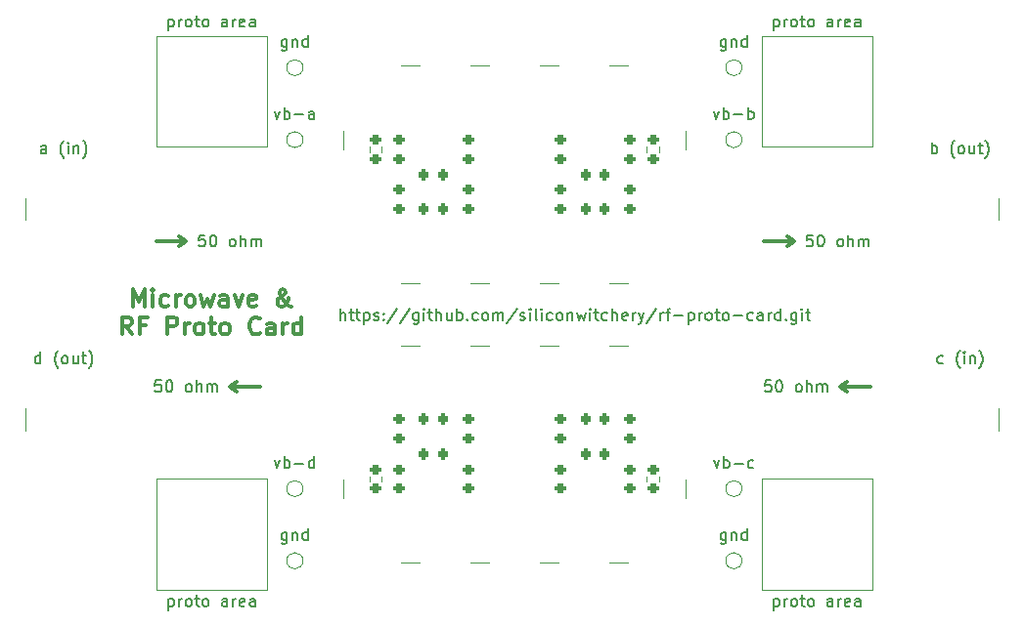
<source format=gbr>
%TF.GenerationSoftware,KiCad,Pcbnew,9.0.0*%
%TF.CreationDate,2025-02-26T11:30:22+01:00*%
%TF.ProjectId,rf-proto-card,72662d70-726f-4746-9f2d-636172642e6b,2*%
%TF.SameCoordinates,Original*%
%TF.FileFunction,Legend,Top*%
%TF.FilePolarity,Positive*%
%FSLAX46Y46*%
G04 Gerber Fmt 4.6, Leading zero omitted, Abs format (unit mm)*
G04 Created by KiCad (PCBNEW 9.0.0) date 2025-02-26 11:30:22*
%MOMM*%
%LPD*%
G01*
G04 APERTURE LIST*
G04 Aperture macros list*
%AMRoundRect*
0 Rectangle with rounded corners*
0 $1 Rounding radius*
0 $2 $3 $4 $5 $6 $7 $8 $9 X,Y pos of 4 corners*
0 Add a 4 corners polygon primitive as box body*
4,1,4,$2,$3,$4,$5,$6,$7,$8,$9,$2,$3,0*
0 Add four circle primitives for the rounded corners*
1,1,$1+$1,$2,$3*
1,1,$1+$1,$4,$5*
1,1,$1+$1,$6,$7*
1,1,$1+$1,$8,$9*
0 Add four rect primitives between the rounded corners*
20,1,$1+$1,$2,$3,$4,$5,0*
20,1,$1+$1,$4,$5,$6,$7,0*
20,1,$1+$1,$6,$7,$8,$9,0*
20,1,$1+$1,$8,$9,$2,$3,0*%
%AMFreePoly0*
4,1,25,-1.500000,1.420000,-1.360000,1.280000,-1.205000,1.155000,-1.035000,1.045000,-0.860000,0.950000,-0.675000,0.875000,-0.480000,0.820000,-0.280000,0.780000,-0.085000,0.765000,0.085000,0.765000,0.280000,0.780000,0.480000,0.820000,0.675000,0.875000,0.860000,0.950000,1.035000,1.045000,1.205000,1.155000,1.360000,1.280000,1.500000,1.420000,1.645000,1.595000,3.555000,1.595000,
3.555000,-0.755000,-3.555000,-0.755000,-3.555000,1.595000,-1.645000,1.595000,-1.500000,1.420000,-1.500000,1.420000,$1*%
%AMFreePoly1*
4,1,9,3.862500,-0.866500,0.737500,-0.866500,0.737500,-0.450000,-0.737500,-0.450000,-0.737500,0.450000,0.737500,0.450000,0.737500,0.866500,3.862500,0.866500,3.862500,-0.866500,3.862500,-0.866500,$1*%
G04 Aperture macros list end*
%ADD10C,0.120000*%
%ADD11C,0.300000*%
%ADD12C,0.150000*%
%ADD13C,0.375000*%
%ADD14C,0.100000*%
%ADD15C,0.800000*%
%ADD16C,5.400000*%
%ADD17C,1.730000*%
%ADD18FreePoly0,180.000000*%
%ADD19FreePoly0,0.000000*%
%ADD20RoundRect,0.200000X0.200000X0.275000X-0.200000X0.275000X-0.200000X-0.275000X0.200000X-0.275000X0*%
%ADD21RoundRect,0.200000X-0.275000X0.200000X-0.275000X-0.200000X0.275000X-0.200000X0.275000X0.200000X0*%
%ADD22C,1.000000*%
%ADD23R,0.900000X1.300000*%
%ADD24FreePoly1,270.000000*%
%ADD25C,0.900000*%
%ADD26R,1.000000X1.000000*%
%ADD27R,1.000000X4.550000*%
%ADD28R,1.000000X3.800000*%
%ADD29R,3.980000X1.000000*%
%ADD30R,3.800000X1.000000*%
%ADD31RoundRect,0.200000X0.275000X-0.200000X0.275000X0.200000X-0.275000X0.200000X-0.275000X-0.200000X0*%
%ADD32FreePoly1,90.000000*%
G04 APERTURE END LIST*
D10*
X115000000Y-79600000D02*
X115000000Y-70000000D01*
X115000000Y-108400000D02*
X124600000Y-108400000D01*
X115000000Y-118000000D02*
X115000000Y-108400000D01*
X124600000Y-108400000D02*
X124600000Y-118000000D01*
X124600000Y-118000000D02*
X115000000Y-118000000D01*
D11*
X167600000Y-87800000D02*
X170200000Y-87800000D01*
X170200000Y-87800000D02*
X169600000Y-88200000D01*
X170200000Y-87800000D02*
X169600000Y-87400000D01*
X174200000Y-100400000D02*
X174800000Y-100000000D01*
X174200000Y-100400000D02*
X174800000Y-100800000D01*
X176800000Y-100400000D02*
X174200000Y-100400000D01*
D10*
X167400000Y-79600000D02*
X167400000Y-70000000D01*
D11*
X117600000Y-87800000D02*
X117000000Y-88200000D01*
D10*
X167400000Y-108400000D02*
X177000000Y-108400000D01*
D11*
X117600000Y-87800000D02*
X117000000Y-87400000D01*
D10*
X124600000Y-79600000D02*
X115000000Y-79600000D01*
D11*
X121400000Y-100400000D02*
X122000000Y-100800000D01*
D10*
X177000000Y-118000000D02*
X167400000Y-118000000D01*
X167400000Y-118000000D02*
X167400000Y-108400000D01*
X177000000Y-70000000D02*
X177000000Y-79600000D01*
X177000000Y-79600000D02*
X167400000Y-79600000D01*
X167400000Y-70000000D02*
X177000000Y-70000000D01*
X115000000Y-70000000D02*
X124600000Y-70000000D01*
X177000000Y-108400000D02*
X177000000Y-118000000D01*
D11*
X124000000Y-100400000D02*
X121400000Y-100400000D01*
D10*
X124600000Y-70000000D02*
X124600000Y-79600000D01*
D11*
X115000000Y-87800000D02*
X117600000Y-87800000D01*
X121400000Y-100400000D02*
X122000000Y-100000000D01*
D12*
X126309523Y-70288152D02*
X126309523Y-71097676D01*
X126309523Y-71097676D02*
X126261904Y-71192914D01*
X126261904Y-71192914D02*
X126214285Y-71240533D01*
X126214285Y-71240533D02*
X126119047Y-71288152D01*
X126119047Y-71288152D02*
X125976190Y-71288152D01*
X125976190Y-71288152D02*
X125880952Y-71240533D01*
X126309523Y-70907200D02*
X126214285Y-70954819D01*
X126214285Y-70954819D02*
X126023809Y-70954819D01*
X126023809Y-70954819D02*
X125928571Y-70907200D01*
X125928571Y-70907200D02*
X125880952Y-70859580D01*
X125880952Y-70859580D02*
X125833333Y-70764342D01*
X125833333Y-70764342D02*
X125833333Y-70478628D01*
X125833333Y-70478628D02*
X125880952Y-70383390D01*
X125880952Y-70383390D02*
X125928571Y-70335771D01*
X125928571Y-70335771D02*
X126023809Y-70288152D01*
X126023809Y-70288152D02*
X126214285Y-70288152D01*
X126214285Y-70288152D02*
X126309523Y-70335771D01*
X126785714Y-70288152D02*
X126785714Y-70954819D01*
X126785714Y-70383390D02*
X126833333Y-70335771D01*
X126833333Y-70335771D02*
X126928571Y-70288152D01*
X126928571Y-70288152D02*
X127071428Y-70288152D01*
X127071428Y-70288152D02*
X127166666Y-70335771D01*
X127166666Y-70335771D02*
X127214285Y-70431009D01*
X127214285Y-70431009D02*
X127214285Y-70954819D01*
X128119047Y-70954819D02*
X128119047Y-69954819D01*
X128119047Y-70907200D02*
X128023809Y-70954819D01*
X128023809Y-70954819D02*
X127833333Y-70954819D01*
X127833333Y-70954819D02*
X127738095Y-70907200D01*
X127738095Y-70907200D02*
X127690476Y-70859580D01*
X127690476Y-70859580D02*
X127642857Y-70764342D01*
X127642857Y-70764342D02*
X127642857Y-70478628D01*
X127642857Y-70478628D02*
X127690476Y-70383390D01*
X127690476Y-70383390D02*
X127738095Y-70335771D01*
X127738095Y-70335771D02*
X127833333Y-70288152D01*
X127833333Y-70288152D02*
X128023809Y-70288152D01*
X128023809Y-70288152D02*
X128119047Y-70335771D01*
X126309523Y-113038152D02*
X126309523Y-113847676D01*
X126309523Y-113847676D02*
X126261904Y-113942914D01*
X126261904Y-113942914D02*
X126214285Y-113990533D01*
X126214285Y-113990533D02*
X126119047Y-114038152D01*
X126119047Y-114038152D02*
X125976190Y-114038152D01*
X125976190Y-114038152D02*
X125880952Y-113990533D01*
X126309523Y-113657200D02*
X126214285Y-113704819D01*
X126214285Y-113704819D02*
X126023809Y-113704819D01*
X126023809Y-113704819D02*
X125928571Y-113657200D01*
X125928571Y-113657200D02*
X125880952Y-113609580D01*
X125880952Y-113609580D02*
X125833333Y-113514342D01*
X125833333Y-113514342D02*
X125833333Y-113228628D01*
X125833333Y-113228628D02*
X125880952Y-113133390D01*
X125880952Y-113133390D02*
X125928571Y-113085771D01*
X125928571Y-113085771D02*
X126023809Y-113038152D01*
X126023809Y-113038152D02*
X126214285Y-113038152D01*
X126214285Y-113038152D02*
X126309523Y-113085771D01*
X126785714Y-113038152D02*
X126785714Y-113704819D01*
X126785714Y-113133390D02*
X126833333Y-113085771D01*
X126833333Y-113085771D02*
X126928571Y-113038152D01*
X126928571Y-113038152D02*
X127071428Y-113038152D01*
X127071428Y-113038152D02*
X127166666Y-113085771D01*
X127166666Y-113085771D02*
X127214285Y-113181009D01*
X127214285Y-113181009D02*
X127214285Y-113704819D01*
X128119047Y-113704819D02*
X128119047Y-112704819D01*
X128119047Y-113657200D02*
X128023809Y-113704819D01*
X128023809Y-113704819D02*
X127833333Y-113704819D01*
X127833333Y-113704819D02*
X127738095Y-113657200D01*
X127738095Y-113657200D02*
X127690476Y-113609580D01*
X127690476Y-113609580D02*
X127642857Y-113514342D01*
X127642857Y-113514342D02*
X127642857Y-113228628D01*
X127642857Y-113228628D02*
X127690476Y-113133390D01*
X127690476Y-113133390D02*
X127738095Y-113085771D01*
X127738095Y-113085771D02*
X127833333Y-113038152D01*
X127833333Y-113038152D02*
X128023809Y-113038152D01*
X128023809Y-113038152D02*
X128119047Y-113085771D01*
X125238095Y-76538152D02*
X125476190Y-77204819D01*
X125476190Y-77204819D02*
X125714285Y-76538152D01*
X126095238Y-77204819D02*
X126095238Y-76204819D01*
X126095238Y-76585771D02*
X126190476Y-76538152D01*
X126190476Y-76538152D02*
X126380952Y-76538152D01*
X126380952Y-76538152D02*
X126476190Y-76585771D01*
X126476190Y-76585771D02*
X126523809Y-76633390D01*
X126523809Y-76633390D02*
X126571428Y-76728628D01*
X126571428Y-76728628D02*
X126571428Y-77014342D01*
X126571428Y-77014342D02*
X126523809Y-77109580D01*
X126523809Y-77109580D02*
X126476190Y-77157200D01*
X126476190Y-77157200D02*
X126380952Y-77204819D01*
X126380952Y-77204819D02*
X126190476Y-77204819D01*
X126190476Y-77204819D02*
X126095238Y-77157200D01*
X127000000Y-76823866D02*
X127761905Y-76823866D01*
X128666666Y-77204819D02*
X128666666Y-76681009D01*
X128666666Y-76681009D02*
X128619047Y-76585771D01*
X128619047Y-76585771D02*
X128523809Y-76538152D01*
X128523809Y-76538152D02*
X128333333Y-76538152D01*
X128333333Y-76538152D02*
X128238095Y-76585771D01*
X128666666Y-77157200D02*
X128571428Y-77204819D01*
X128571428Y-77204819D02*
X128333333Y-77204819D01*
X128333333Y-77204819D02*
X128238095Y-77157200D01*
X128238095Y-77157200D02*
X128190476Y-77061961D01*
X128190476Y-77061961D02*
X128190476Y-76966723D01*
X128190476Y-76966723D02*
X128238095Y-76871485D01*
X128238095Y-76871485D02*
X128333333Y-76823866D01*
X128333333Y-76823866D02*
X128571428Y-76823866D01*
X128571428Y-76823866D02*
X128666666Y-76776247D01*
X182147618Y-80204819D02*
X182147618Y-79204819D01*
X182147618Y-79585771D02*
X182242856Y-79538152D01*
X182242856Y-79538152D02*
X182433332Y-79538152D01*
X182433332Y-79538152D02*
X182528570Y-79585771D01*
X182528570Y-79585771D02*
X182576189Y-79633390D01*
X182576189Y-79633390D02*
X182623808Y-79728628D01*
X182623808Y-79728628D02*
X182623808Y-80014342D01*
X182623808Y-80014342D02*
X182576189Y-80109580D01*
X182576189Y-80109580D02*
X182528570Y-80157200D01*
X182528570Y-80157200D02*
X182433332Y-80204819D01*
X182433332Y-80204819D02*
X182242856Y-80204819D01*
X182242856Y-80204819D02*
X182147618Y-80157200D01*
X184099999Y-80585771D02*
X184052380Y-80538152D01*
X184052380Y-80538152D02*
X183957142Y-80395295D01*
X183957142Y-80395295D02*
X183909523Y-80300057D01*
X183909523Y-80300057D02*
X183861904Y-80157200D01*
X183861904Y-80157200D02*
X183814285Y-79919104D01*
X183814285Y-79919104D02*
X183814285Y-79728628D01*
X183814285Y-79728628D02*
X183861904Y-79490533D01*
X183861904Y-79490533D02*
X183909523Y-79347676D01*
X183909523Y-79347676D02*
X183957142Y-79252438D01*
X183957142Y-79252438D02*
X184052380Y-79109580D01*
X184052380Y-79109580D02*
X184099999Y-79061961D01*
X184623809Y-80204819D02*
X184528571Y-80157200D01*
X184528571Y-80157200D02*
X184480952Y-80109580D01*
X184480952Y-80109580D02*
X184433333Y-80014342D01*
X184433333Y-80014342D02*
X184433333Y-79728628D01*
X184433333Y-79728628D02*
X184480952Y-79633390D01*
X184480952Y-79633390D02*
X184528571Y-79585771D01*
X184528571Y-79585771D02*
X184623809Y-79538152D01*
X184623809Y-79538152D02*
X184766666Y-79538152D01*
X184766666Y-79538152D02*
X184861904Y-79585771D01*
X184861904Y-79585771D02*
X184909523Y-79633390D01*
X184909523Y-79633390D02*
X184957142Y-79728628D01*
X184957142Y-79728628D02*
X184957142Y-80014342D01*
X184957142Y-80014342D02*
X184909523Y-80109580D01*
X184909523Y-80109580D02*
X184861904Y-80157200D01*
X184861904Y-80157200D02*
X184766666Y-80204819D01*
X184766666Y-80204819D02*
X184623809Y-80204819D01*
X185814285Y-79538152D02*
X185814285Y-80204819D01*
X185385714Y-79538152D02*
X185385714Y-80061961D01*
X185385714Y-80061961D02*
X185433333Y-80157200D01*
X185433333Y-80157200D02*
X185528571Y-80204819D01*
X185528571Y-80204819D02*
X185671428Y-80204819D01*
X185671428Y-80204819D02*
X185766666Y-80157200D01*
X185766666Y-80157200D02*
X185814285Y-80109580D01*
X186147619Y-79538152D02*
X186528571Y-79538152D01*
X186290476Y-79204819D02*
X186290476Y-80061961D01*
X186290476Y-80061961D02*
X186338095Y-80157200D01*
X186338095Y-80157200D02*
X186433333Y-80204819D01*
X186433333Y-80204819D02*
X186528571Y-80204819D01*
X186766667Y-80585771D02*
X186814286Y-80538152D01*
X186814286Y-80538152D02*
X186909524Y-80395295D01*
X186909524Y-80395295D02*
X186957143Y-80300057D01*
X186957143Y-80300057D02*
X187004762Y-80157200D01*
X187004762Y-80157200D02*
X187052381Y-79919104D01*
X187052381Y-79919104D02*
X187052381Y-79728628D01*
X187052381Y-79728628D02*
X187004762Y-79490533D01*
X187004762Y-79490533D02*
X186957143Y-79347676D01*
X186957143Y-79347676D02*
X186909524Y-79252438D01*
X186909524Y-79252438D02*
X186814286Y-79109580D01*
X186814286Y-79109580D02*
X186766667Y-79061961D01*
X104976189Y-98404819D02*
X104976189Y-97404819D01*
X104976189Y-98357200D02*
X104880951Y-98404819D01*
X104880951Y-98404819D02*
X104690475Y-98404819D01*
X104690475Y-98404819D02*
X104595237Y-98357200D01*
X104595237Y-98357200D02*
X104547618Y-98309580D01*
X104547618Y-98309580D02*
X104499999Y-98214342D01*
X104499999Y-98214342D02*
X104499999Y-97928628D01*
X104499999Y-97928628D02*
X104547618Y-97833390D01*
X104547618Y-97833390D02*
X104595237Y-97785771D01*
X104595237Y-97785771D02*
X104690475Y-97738152D01*
X104690475Y-97738152D02*
X104880951Y-97738152D01*
X104880951Y-97738152D02*
X104976189Y-97785771D01*
X106499999Y-98785771D02*
X106452380Y-98738152D01*
X106452380Y-98738152D02*
X106357142Y-98595295D01*
X106357142Y-98595295D02*
X106309523Y-98500057D01*
X106309523Y-98500057D02*
X106261904Y-98357200D01*
X106261904Y-98357200D02*
X106214285Y-98119104D01*
X106214285Y-98119104D02*
X106214285Y-97928628D01*
X106214285Y-97928628D02*
X106261904Y-97690533D01*
X106261904Y-97690533D02*
X106309523Y-97547676D01*
X106309523Y-97547676D02*
X106357142Y-97452438D01*
X106357142Y-97452438D02*
X106452380Y-97309580D01*
X106452380Y-97309580D02*
X106499999Y-97261961D01*
X107023809Y-98404819D02*
X106928571Y-98357200D01*
X106928571Y-98357200D02*
X106880952Y-98309580D01*
X106880952Y-98309580D02*
X106833333Y-98214342D01*
X106833333Y-98214342D02*
X106833333Y-97928628D01*
X106833333Y-97928628D02*
X106880952Y-97833390D01*
X106880952Y-97833390D02*
X106928571Y-97785771D01*
X106928571Y-97785771D02*
X107023809Y-97738152D01*
X107023809Y-97738152D02*
X107166666Y-97738152D01*
X107166666Y-97738152D02*
X107261904Y-97785771D01*
X107261904Y-97785771D02*
X107309523Y-97833390D01*
X107309523Y-97833390D02*
X107357142Y-97928628D01*
X107357142Y-97928628D02*
X107357142Y-98214342D01*
X107357142Y-98214342D02*
X107309523Y-98309580D01*
X107309523Y-98309580D02*
X107261904Y-98357200D01*
X107261904Y-98357200D02*
X107166666Y-98404819D01*
X107166666Y-98404819D02*
X107023809Y-98404819D01*
X108214285Y-97738152D02*
X108214285Y-98404819D01*
X107785714Y-97738152D02*
X107785714Y-98261961D01*
X107785714Y-98261961D02*
X107833333Y-98357200D01*
X107833333Y-98357200D02*
X107928571Y-98404819D01*
X107928571Y-98404819D02*
X108071428Y-98404819D01*
X108071428Y-98404819D02*
X108166666Y-98357200D01*
X108166666Y-98357200D02*
X108214285Y-98309580D01*
X108547619Y-97738152D02*
X108928571Y-97738152D01*
X108690476Y-97404819D02*
X108690476Y-98261961D01*
X108690476Y-98261961D02*
X108738095Y-98357200D01*
X108738095Y-98357200D02*
X108833333Y-98404819D01*
X108833333Y-98404819D02*
X108928571Y-98404819D01*
X109166667Y-98785771D02*
X109214286Y-98738152D01*
X109214286Y-98738152D02*
X109309524Y-98595295D01*
X109309524Y-98595295D02*
X109357143Y-98500057D01*
X109357143Y-98500057D02*
X109404762Y-98357200D01*
X109404762Y-98357200D02*
X109452381Y-98119104D01*
X109452381Y-98119104D02*
X109452381Y-97928628D01*
X109452381Y-97928628D02*
X109404762Y-97690533D01*
X109404762Y-97690533D02*
X109357143Y-97547676D01*
X109357143Y-97547676D02*
X109309524Y-97452438D01*
X109309524Y-97452438D02*
X109214286Y-97309580D01*
X109214286Y-97309580D02*
X109166667Y-97261961D01*
X116061904Y-68538152D02*
X116061904Y-69538152D01*
X116061904Y-68585771D02*
X116157142Y-68538152D01*
X116157142Y-68538152D02*
X116347618Y-68538152D01*
X116347618Y-68538152D02*
X116442856Y-68585771D01*
X116442856Y-68585771D02*
X116490475Y-68633390D01*
X116490475Y-68633390D02*
X116538094Y-68728628D01*
X116538094Y-68728628D02*
X116538094Y-69014342D01*
X116538094Y-69014342D02*
X116490475Y-69109580D01*
X116490475Y-69109580D02*
X116442856Y-69157200D01*
X116442856Y-69157200D02*
X116347618Y-69204819D01*
X116347618Y-69204819D02*
X116157142Y-69204819D01*
X116157142Y-69204819D02*
X116061904Y-69157200D01*
X116966666Y-69204819D02*
X116966666Y-68538152D01*
X116966666Y-68728628D02*
X117014285Y-68633390D01*
X117014285Y-68633390D02*
X117061904Y-68585771D01*
X117061904Y-68585771D02*
X117157142Y-68538152D01*
X117157142Y-68538152D02*
X117252380Y-68538152D01*
X117728571Y-69204819D02*
X117633333Y-69157200D01*
X117633333Y-69157200D02*
X117585714Y-69109580D01*
X117585714Y-69109580D02*
X117538095Y-69014342D01*
X117538095Y-69014342D02*
X117538095Y-68728628D01*
X117538095Y-68728628D02*
X117585714Y-68633390D01*
X117585714Y-68633390D02*
X117633333Y-68585771D01*
X117633333Y-68585771D02*
X117728571Y-68538152D01*
X117728571Y-68538152D02*
X117871428Y-68538152D01*
X117871428Y-68538152D02*
X117966666Y-68585771D01*
X117966666Y-68585771D02*
X118014285Y-68633390D01*
X118014285Y-68633390D02*
X118061904Y-68728628D01*
X118061904Y-68728628D02*
X118061904Y-69014342D01*
X118061904Y-69014342D02*
X118014285Y-69109580D01*
X118014285Y-69109580D02*
X117966666Y-69157200D01*
X117966666Y-69157200D02*
X117871428Y-69204819D01*
X117871428Y-69204819D02*
X117728571Y-69204819D01*
X118347619Y-68538152D02*
X118728571Y-68538152D01*
X118490476Y-68204819D02*
X118490476Y-69061961D01*
X118490476Y-69061961D02*
X118538095Y-69157200D01*
X118538095Y-69157200D02*
X118633333Y-69204819D01*
X118633333Y-69204819D02*
X118728571Y-69204819D01*
X119204762Y-69204819D02*
X119109524Y-69157200D01*
X119109524Y-69157200D02*
X119061905Y-69109580D01*
X119061905Y-69109580D02*
X119014286Y-69014342D01*
X119014286Y-69014342D02*
X119014286Y-68728628D01*
X119014286Y-68728628D02*
X119061905Y-68633390D01*
X119061905Y-68633390D02*
X119109524Y-68585771D01*
X119109524Y-68585771D02*
X119204762Y-68538152D01*
X119204762Y-68538152D02*
X119347619Y-68538152D01*
X119347619Y-68538152D02*
X119442857Y-68585771D01*
X119442857Y-68585771D02*
X119490476Y-68633390D01*
X119490476Y-68633390D02*
X119538095Y-68728628D01*
X119538095Y-68728628D02*
X119538095Y-69014342D01*
X119538095Y-69014342D02*
X119490476Y-69109580D01*
X119490476Y-69109580D02*
X119442857Y-69157200D01*
X119442857Y-69157200D02*
X119347619Y-69204819D01*
X119347619Y-69204819D02*
X119204762Y-69204819D01*
X121157143Y-69204819D02*
X121157143Y-68681009D01*
X121157143Y-68681009D02*
X121109524Y-68585771D01*
X121109524Y-68585771D02*
X121014286Y-68538152D01*
X121014286Y-68538152D02*
X120823810Y-68538152D01*
X120823810Y-68538152D02*
X120728572Y-68585771D01*
X121157143Y-69157200D02*
X121061905Y-69204819D01*
X121061905Y-69204819D02*
X120823810Y-69204819D01*
X120823810Y-69204819D02*
X120728572Y-69157200D01*
X120728572Y-69157200D02*
X120680953Y-69061961D01*
X120680953Y-69061961D02*
X120680953Y-68966723D01*
X120680953Y-68966723D02*
X120728572Y-68871485D01*
X120728572Y-68871485D02*
X120823810Y-68823866D01*
X120823810Y-68823866D02*
X121061905Y-68823866D01*
X121061905Y-68823866D02*
X121157143Y-68776247D01*
X121633334Y-69204819D02*
X121633334Y-68538152D01*
X121633334Y-68728628D02*
X121680953Y-68633390D01*
X121680953Y-68633390D02*
X121728572Y-68585771D01*
X121728572Y-68585771D02*
X121823810Y-68538152D01*
X121823810Y-68538152D02*
X121919048Y-68538152D01*
X122633334Y-69157200D02*
X122538096Y-69204819D01*
X122538096Y-69204819D02*
X122347620Y-69204819D01*
X122347620Y-69204819D02*
X122252382Y-69157200D01*
X122252382Y-69157200D02*
X122204763Y-69061961D01*
X122204763Y-69061961D02*
X122204763Y-68681009D01*
X122204763Y-68681009D02*
X122252382Y-68585771D01*
X122252382Y-68585771D02*
X122347620Y-68538152D01*
X122347620Y-68538152D02*
X122538096Y-68538152D01*
X122538096Y-68538152D02*
X122633334Y-68585771D01*
X122633334Y-68585771D02*
X122680953Y-68681009D01*
X122680953Y-68681009D02*
X122680953Y-68776247D01*
X122680953Y-68776247D02*
X122204763Y-68871485D01*
X123538096Y-69204819D02*
X123538096Y-68681009D01*
X123538096Y-68681009D02*
X123490477Y-68585771D01*
X123490477Y-68585771D02*
X123395239Y-68538152D01*
X123395239Y-68538152D02*
X123204763Y-68538152D01*
X123204763Y-68538152D02*
X123109525Y-68585771D01*
X123538096Y-69157200D02*
X123442858Y-69204819D01*
X123442858Y-69204819D02*
X123204763Y-69204819D01*
X123204763Y-69204819D02*
X123109525Y-69157200D01*
X123109525Y-69157200D02*
X123061906Y-69061961D01*
X123061906Y-69061961D02*
X123061906Y-68966723D01*
X123061906Y-68966723D02*
X123109525Y-68871485D01*
X123109525Y-68871485D02*
X123204763Y-68823866D01*
X123204763Y-68823866D02*
X123442858Y-68823866D01*
X123442858Y-68823866D02*
X123538096Y-68776247D01*
X116061904Y-118788152D02*
X116061904Y-119788152D01*
X116061904Y-118835771D02*
X116157142Y-118788152D01*
X116157142Y-118788152D02*
X116347618Y-118788152D01*
X116347618Y-118788152D02*
X116442856Y-118835771D01*
X116442856Y-118835771D02*
X116490475Y-118883390D01*
X116490475Y-118883390D02*
X116538094Y-118978628D01*
X116538094Y-118978628D02*
X116538094Y-119264342D01*
X116538094Y-119264342D02*
X116490475Y-119359580D01*
X116490475Y-119359580D02*
X116442856Y-119407200D01*
X116442856Y-119407200D02*
X116347618Y-119454819D01*
X116347618Y-119454819D02*
X116157142Y-119454819D01*
X116157142Y-119454819D02*
X116061904Y-119407200D01*
X116966666Y-119454819D02*
X116966666Y-118788152D01*
X116966666Y-118978628D02*
X117014285Y-118883390D01*
X117014285Y-118883390D02*
X117061904Y-118835771D01*
X117061904Y-118835771D02*
X117157142Y-118788152D01*
X117157142Y-118788152D02*
X117252380Y-118788152D01*
X117728571Y-119454819D02*
X117633333Y-119407200D01*
X117633333Y-119407200D02*
X117585714Y-119359580D01*
X117585714Y-119359580D02*
X117538095Y-119264342D01*
X117538095Y-119264342D02*
X117538095Y-118978628D01*
X117538095Y-118978628D02*
X117585714Y-118883390D01*
X117585714Y-118883390D02*
X117633333Y-118835771D01*
X117633333Y-118835771D02*
X117728571Y-118788152D01*
X117728571Y-118788152D02*
X117871428Y-118788152D01*
X117871428Y-118788152D02*
X117966666Y-118835771D01*
X117966666Y-118835771D02*
X118014285Y-118883390D01*
X118014285Y-118883390D02*
X118061904Y-118978628D01*
X118061904Y-118978628D02*
X118061904Y-119264342D01*
X118061904Y-119264342D02*
X118014285Y-119359580D01*
X118014285Y-119359580D02*
X117966666Y-119407200D01*
X117966666Y-119407200D02*
X117871428Y-119454819D01*
X117871428Y-119454819D02*
X117728571Y-119454819D01*
X118347619Y-118788152D02*
X118728571Y-118788152D01*
X118490476Y-118454819D02*
X118490476Y-119311961D01*
X118490476Y-119311961D02*
X118538095Y-119407200D01*
X118538095Y-119407200D02*
X118633333Y-119454819D01*
X118633333Y-119454819D02*
X118728571Y-119454819D01*
X119204762Y-119454819D02*
X119109524Y-119407200D01*
X119109524Y-119407200D02*
X119061905Y-119359580D01*
X119061905Y-119359580D02*
X119014286Y-119264342D01*
X119014286Y-119264342D02*
X119014286Y-118978628D01*
X119014286Y-118978628D02*
X119061905Y-118883390D01*
X119061905Y-118883390D02*
X119109524Y-118835771D01*
X119109524Y-118835771D02*
X119204762Y-118788152D01*
X119204762Y-118788152D02*
X119347619Y-118788152D01*
X119347619Y-118788152D02*
X119442857Y-118835771D01*
X119442857Y-118835771D02*
X119490476Y-118883390D01*
X119490476Y-118883390D02*
X119538095Y-118978628D01*
X119538095Y-118978628D02*
X119538095Y-119264342D01*
X119538095Y-119264342D02*
X119490476Y-119359580D01*
X119490476Y-119359580D02*
X119442857Y-119407200D01*
X119442857Y-119407200D02*
X119347619Y-119454819D01*
X119347619Y-119454819D02*
X119204762Y-119454819D01*
X121157143Y-119454819D02*
X121157143Y-118931009D01*
X121157143Y-118931009D02*
X121109524Y-118835771D01*
X121109524Y-118835771D02*
X121014286Y-118788152D01*
X121014286Y-118788152D02*
X120823810Y-118788152D01*
X120823810Y-118788152D02*
X120728572Y-118835771D01*
X121157143Y-119407200D02*
X121061905Y-119454819D01*
X121061905Y-119454819D02*
X120823810Y-119454819D01*
X120823810Y-119454819D02*
X120728572Y-119407200D01*
X120728572Y-119407200D02*
X120680953Y-119311961D01*
X120680953Y-119311961D02*
X120680953Y-119216723D01*
X120680953Y-119216723D02*
X120728572Y-119121485D01*
X120728572Y-119121485D02*
X120823810Y-119073866D01*
X120823810Y-119073866D02*
X121061905Y-119073866D01*
X121061905Y-119073866D02*
X121157143Y-119026247D01*
X121633334Y-119454819D02*
X121633334Y-118788152D01*
X121633334Y-118978628D02*
X121680953Y-118883390D01*
X121680953Y-118883390D02*
X121728572Y-118835771D01*
X121728572Y-118835771D02*
X121823810Y-118788152D01*
X121823810Y-118788152D02*
X121919048Y-118788152D01*
X122633334Y-119407200D02*
X122538096Y-119454819D01*
X122538096Y-119454819D02*
X122347620Y-119454819D01*
X122347620Y-119454819D02*
X122252382Y-119407200D01*
X122252382Y-119407200D02*
X122204763Y-119311961D01*
X122204763Y-119311961D02*
X122204763Y-118931009D01*
X122204763Y-118931009D02*
X122252382Y-118835771D01*
X122252382Y-118835771D02*
X122347620Y-118788152D01*
X122347620Y-118788152D02*
X122538096Y-118788152D01*
X122538096Y-118788152D02*
X122633334Y-118835771D01*
X122633334Y-118835771D02*
X122680953Y-118931009D01*
X122680953Y-118931009D02*
X122680953Y-119026247D01*
X122680953Y-119026247D02*
X122204763Y-119121485D01*
X123538096Y-119454819D02*
X123538096Y-118931009D01*
X123538096Y-118931009D02*
X123490477Y-118835771D01*
X123490477Y-118835771D02*
X123395239Y-118788152D01*
X123395239Y-118788152D02*
X123204763Y-118788152D01*
X123204763Y-118788152D02*
X123109525Y-118835771D01*
X123538096Y-119407200D02*
X123442858Y-119454819D01*
X123442858Y-119454819D02*
X123204763Y-119454819D01*
X123204763Y-119454819D02*
X123109525Y-119407200D01*
X123109525Y-119407200D02*
X123061906Y-119311961D01*
X123061906Y-119311961D02*
X123061906Y-119216723D01*
X123061906Y-119216723D02*
X123109525Y-119121485D01*
X123109525Y-119121485D02*
X123204763Y-119073866D01*
X123204763Y-119073866D02*
X123442858Y-119073866D01*
X123442858Y-119073866D02*
X123538096Y-119026247D01*
D13*
X112978571Y-93466970D02*
X112978571Y-91966970D01*
X112978571Y-91966970D02*
X113478571Y-93038399D01*
X113478571Y-93038399D02*
X113978571Y-91966970D01*
X113978571Y-91966970D02*
X113978571Y-93466970D01*
X114692857Y-93466970D02*
X114692857Y-92466970D01*
X114692857Y-91966970D02*
X114621429Y-92038399D01*
X114621429Y-92038399D02*
X114692857Y-92109827D01*
X114692857Y-92109827D02*
X114764286Y-92038399D01*
X114764286Y-92038399D02*
X114692857Y-91966970D01*
X114692857Y-91966970D02*
X114692857Y-92109827D01*
X116050001Y-93395542D02*
X115907143Y-93466970D01*
X115907143Y-93466970D02*
X115621429Y-93466970D01*
X115621429Y-93466970D02*
X115478572Y-93395542D01*
X115478572Y-93395542D02*
X115407143Y-93324113D01*
X115407143Y-93324113D02*
X115335715Y-93181256D01*
X115335715Y-93181256D02*
X115335715Y-92752684D01*
X115335715Y-92752684D02*
X115407143Y-92609827D01*
X115407143Y-92609827D02*
X115478572Y-92538399D01*
X115478572Y-92538399D02*
X115621429Y-92466970D01*
X115621429Y-92466970D02*
X115907143Y-92466970D01*
X115907143Y-92466970D02*
X116050001Y-92538399D01*
X116692857Y-93466970D02*
X116692857Y-92466970D01*
X116692857Y-92752684D02*
X116764286Y-92609827D01*
X116764286Y-92609827D02*
X116835715Y-92538399D01*
X116835715Y-92538399D02*
X116978572Y-92466970D01*
X116978572Y-92466970D02*
X117121429Y-92466970D01*
X117835714Y-93466970D02*
X117692857Y-93395542D01*
X117692857Y-93395542D02*
X117621428Y-93324113D01*
X117621428Y-93324113D02*
X117550000Y-93181256D01*
X117550000Y-93181256D02*
X117550000Y-92752684D01*
X117550000Y-92752684D02*
X117621428Y-92609827D01*
X117621428Y-92609827D02*
X117692857Y-92538399D01*
X117692857Y-92538399D02*
X117835714Y-92466970D01*
X117835714Y-92466970D02*
X118050000Y-92466970D01*
X118050000Y-92466970D02*
X118192857Y-92538399D01*
X118192857Y-92538399D02*
X118264286Y-92609827D01*
X118264286Y-92609827D02*
X118335714Y-92752684D01*
X118335714Y-92752684D02*
X118335714Y-93181256D01*
X118335714Y-93181256D02*
X118264286Y-93324113D01*
X118264286Y-93324113D02*
X118192857Y-93395542D01*
X118192857Y-93395542D02*
X118050000Y-93466970D01*
X118050000Y-93466970D02*
X117835714Y-93466970D01*
X118835714Y-92466970D02*
X119121429Y-93466970D01*
X119121429Y-93466970D02*
X119407143Y-92752684D01*
X119407143Y-92752684D02*
X119692857Y-93466970D01*
X119692857Y-93466970D02*
X119978571Y-92466970D01*
X121192858Y-93466970D02*
X121192858Y-92681256D01*
X121192858Y-92681256D02*
X121121429Y-92538399D01*
X121121429Y-92538399D02*
X120978572Y-92466970D01*
X120978572Y-92466970D02*
X120692858Y-92466970D01*
X120692858Y-92466970D02*
X120550000Y-92538399D01*
X121192858Y-93395542D02*
X121050000Y-93466970D01*
X121050000Y-93466970D02*
X120692858Y-93466970D01*
X120692858Y-93466970D02*
X120550000Y-93395542D01*
X120550000Y-93395542D02*
X120478572Y-93252684D01*
X120478572Y-93252684D02*
X120478572Y-93109827D01*
X120478572Y-93109827D02*
X120550000Y-92966970D01*
X120550000Y-92966970D02*
X120692858Y-92895542D01*
X120692858Y-92895542D02*
X121050000Y-92895542D01*
X121050000Y-92895542D02*
X121192858Y-92824113D01*
X121764286Y-92466970D02*
X122121429Y-93466970D01*
X122121429Y-93466970D02*
X122478572Y-92466970D01*
X123621429Y-93395542D02*
X123478572Y-93466970D01*
X123478572Y-93466970D02*
X123192858Y-93466970D01*
X123192858Y-93466970D02*
X123050000Y-93395542D01*
X123050000Y-93395542D02*
X122978572Y-93252684D01*
X122978572Y-93252684D02*
X122978572Y-92681256D01*
X122978572Y-92681256D02*
X123050000Y-92538399D01*
X123050000Y-92538399D02*
X123192858Y-92466970D01*
X123192858Y-92466970D02*
X123478572Y-92466970D01*
X123478572Y-92466970D02*
X123621429Y-92538399D01*
X123621429Y-92538399D02*
X123692858Y-92681256D01*
X123692858Y-92681256D02*
X123692858Y-92824113D01*
X123692858Y-92824113D02*
X122978572Y-92966970D01*
X126692857Y-93466970D02*
X126621429Y-93466970D01*
X126621429Y-93466970D02*
X126478571Y-93395542D01*
X126478571Y-93395542D02*
X126264286Y-93181256D01*
X126264286Y-93181256D02*
X125907143Y-92752684D01*
X125907143Y-92752684D02*
X125764286Y-92538399D01*
X125764286Y-92538399D02*
X125692857Y-92324113D01*
X125692857Y-92324113D02*
X125692857Y-92181256D01*
X125692857Y-92181256D02*
X125764286Y-92038399D01*
X125764286Y-92038399D02*
X125907143Y-91966970D01*
X125907143Y-91966970D02*
X125978571Y-91966970D01*
X125978571Y-91966970D02*
X126121429Y-92038399D01*
X126121429Y-92038399D02*
X126192857Y-92181256D01*
X126192857Y-92181256D02*
X126192857Y-92252684D01*
X126192857Y-92252684D02*
X126121429Y-92395542D01*
X126121429Y-92395542D02*
X126050000Y-92466970D01*
X126050000Y-92466970D02*
X125621429Y-92752684D01*
X125621429Y-92752684D02*
X125550000Y-92824113D01*
X125550000Y-92824113D02*
X125478571Y-92966970D01*
X125478571Y-92966970D02*
X125478571Y-93181256D01*
X125478571Y-93181256D02*
X125550000Y-93324113D01*
X125550000Y-93324113D02*
X125621429Y-93395542D01*
X125621429Y-93395542D02*
X125764286Y-93466970D01*
X125764286Y-93466970D02*
X125978571Y-93466970D01*
X125978571Y-93466970D02*
X126121429Y-93395542D01*
X126121429Y-93395542D02*
X126192857Y-93324113D01*
X126192857Y-93324113D02*
X126407143Y-93038399D01*
X126407143Y-93038399D02*
X126478571Y-92824113D01*
X126478571Y-92824113D02*
X126478571Y-92681256D01*
X112907143Y-95881886D02*
X112407143Y-95167600D01*
X112050000Y-95881886D02*
X112050000Y-94381886D01*
X112050000Y-94381886D02*
X112621429Y-94381886D01*
X112621429Y-94381886D02*
X112764286Y-94453315D01*
X112764286Y-94453315D02*
X112835715Y-94524743D01*
X112835715Y-94524743D02*
X112907143Y-94667600D01*
X112907143Y-94667600D02*
X112907143Y-94881886D01*
X112907143Y-94881886D02*
X112835715Y-95024743D01*
X112835715Y-95024743D02*
X112764286Y-95096172D01*
X112764286Y-95096172D02*
X112621429Y-95167600D01*
X112621429Y-95167600D02*
X112050000Y-95167600D01*
X114050000Y-95096172D02*
X113550000Y-95096172D01*
X113550000Y-95881886D02*
X113550000Y-94381886D01*
X113550000Y-94381886D02*
X114264286Y-94381886D01*
X115978571Y-95881886D02*
X115978571Y-94381886D01*
X115978571Y-94381886D02*
X116550000Y-94381886D01*
X116550000Y-94381886D02*
X116692857Y-94453315D01*
X116692857Y-94453315D02*
X116764286Y-94524743D01*
X116764286Y-94524743D02*
X116835714Y-94667600D01*
X116835714Y-94667600D02*
X116835714Y-94881886D01*
X116835714Y-94881886D02*
X116764286Y-95024743D01*
X116764286Y-95024743D02*
X116692857Y-95096172D01*
X116692857Y-95096172D02*
X116550000Y-95167600D01*
X116550000Y-95167600D02*
X115978571Y-95167600D01*
X117478571Y-95881886D02*
X117478571Y-94881886D01*
X117478571Y-95167600D02*
X117550000Y-95024743D01*
X117550000Y-95024743D02*
X117621429Y-94953315D01*
X117621429Y-94953315D02*
X117764286Y-94881886D01*
X117764286Y-94881886D02*
X117907143Y-94881886D01*
X118621428Y-95881886D02*
X118478571Y-95810458D01*
X118478571Y-95810458D02*
X118407142Y-95739029D01*
X118407142Y-95739029D02*
X118335714Y-95596172D01*
X118335714Y-95596172D02*
X118335714Y-95167600D01*
X118335714Y-95167600D02*
X118407142Y-95024743D01*
X118407142Y-95024743D02*
X118478571Y-94953315D01*
X118478571Y-94953315D02*
X118621428Y-94881886D01*
X118621428Y-94881886D02*
X118835714Y-94881886D01*
X118835714Y-94881886D02*
X118978571Y-94953315D01*
X118978571Y-94953315D02*
X119050000Y-95024743D01*
X119050000Y-95024743D02*
X119121428Y-95167600D01*
X119121428Y-95167600D02*
X119121428Y-95596172D01*
X119121428Y-95596172D02*
X119050000Y-95739029D01*
X119050000Y-95739029D02*
X118978571Y-95810458D01*
X118978571Y-95810458D02*
X118835714Y-95881886D01*
X118835714Y-95881886D02*
X118621428Y-95881886D01*
X119550000Y-94881886D02*
X120121428Y-94881886D01*
X119764285Y-94381886D02*
X119764285Y-95667600D01*
X119764285Y-95667600D02*
X119835714Y-95810458D01*
X119835714Y-95810458D02*
X119978571Y-95881886D01*
X119978571Y-95881886D02*
X120121428Y-95881886D01*
X120835714Y-95881886D02*
X120692857Y-95810458D01*
X120692857Y-95810458D02*
X120621428Y-95739029D01*
X120621428Y-95739029D02*
X120550000Y-95596172D01*
X120550000Y-95596172D02*
X120550000Y-95167600D01*
X120550000Y-95167600D02*
X120621428Y-95024743D01*
X120621428Y-95024743D02*
X120692857Y-94953315D01*
X120692857Y-94953315D02*
X120835714Y-94881886D01*
X120835714Y-94881886D02*
X121050000Y-94881886D01*
X121050000Y-94881886D02*
X121192857Y-94953315D01*
X121192857Y-94953315D02*
X121264286Y-95024743D01*
X121264286Y-95024743D02*
X121335714Y-95167600D01*
X121335714Y-95167600D02*
X121335714Y-95596172D01*
X121335714Y-95596172D02*
X121264286Y-95739029D01*
X121264286Y-95739029D02*
X121192857Y-95810458D01*
X121192857Y-95810458D02*
X121050000Y-95881886D01*
X121050000Y-95881886D02*
X120835714Y-95881886D01*
X123978571Y-95739029D02*
X123907143Y-95810458D01*
X123907143Y-95810458D02*
X123692857Y-95881886D01*
X123692857Y-95881886D02*
X123550000Y-95881886D01*
X123550000Y-95881886D02*
X123335714Y-95810458D01*
X123335714Y-95810458D02*
X123192857Y-95667600D01*
X123192857Y-95667600D02*
X123121428Y-95524743D01*
X123121428Y-95524743D02*
X123050000Y-95239029D01*
X123050000Y-95239029D02*
X123050000Y-95024743D01*
X123050000Y-95024743D02*
X123121428Y-94739029D01*
X123121428Y-94739029D02*
X123192857Y-94596172D01*
X123192857Y-94596172D02*
X123335714Y-94453315D01*
X123335714Y-94453315D02*
X123550000Y-94381886D01*
X123550000Y-94381886D02*
X123692857Y-94381886D01*
X123692857Y-94381886D02*
X123907143Y-94453315D01*
X123907143Y-94453315D02*
X123978571Y-94524743D01*
X125264286Y-95881886D02*
X125264286Y-95096172D01*
X125264286Y-95096172D02*
X125192857Y-94953315D01*
X125192857Y-94953315D02*
X125050000Y-94881886D01*
X125050000Y-94881886D02*
X124764286Y-94881886D01*
X124764286Y-94881886D02*
X124621428Y-94953315D01*
X125264286Y-95810458D02*
X125121428Y-95881886D01*
X125121428Y-95881886D02*
X124764286Y-95881886D01*
X124764286Y-95881886D02*
X124621428Y-95810458D01*
X124621428Y-95810458D02*
X124550000Y-95667600D01*
X124550000Y-95667600D02*
X124550000Y-95524743D01*
X124550000Y-95524743D02*
X124621428Y-95381886D01*
X124621428Y-95381886D02*
X124764286Y-95310458D01*
X124764286Y-95310458D02*
X125121428Y-95310458D01*
X125121428Y-95310458D02*
X125264286Y-95239029D01*
X125978571Y-95881886D02*
X125978571Y-94881886D01*
X125978571Y-95167600D02*
X126050000Y-95024743D01*
X126050000Y-95024743D02*
X126121429Y-94953315D01*
X126121429Y-94953315D02*
X126264286Y-94881886D01*
X126264286Y-94881886D02*
X126407143Y-94881886D01*
X127550000Y-95881886D02*
X127550000Y-94381886D01*
X127550000Y-95810458D02*
X127407142Y-95881886D01*
X127407142Y-95881886D02*
X127121428Y-95881886D01*
X127121428Y-95881886D02*
X126978571Y-95810458D01*
X126978571Y-95810458D02*
X126907142Y-95739029D01*
X126907142Y-95739029D02*
X126835714Y-95596172D01*
X126835714Y-95596172D02*
X126835714Y-95167600D01*
X126835714Y-95167600D02*
X126907142Y-95024743D01*
X126907142Y-95024743D02*
X126978571Y-94953315D01*
X126978571Y-94953315D02*
X127121428Y-94881886D01*
X127121428Y-94881886D02*
X127407142Y-94881886D01*
X127407142Y-94881886D02*
X127550000Y-94953315D01*
D12*
X119209523Y-87254819D02*
X118733333Y-87254819D01*
X118733333Y-87254819D02*
X118685714Y-87731009D01*
X118685714Y-87731009D02*
X118733333Y-87683390D01*
X118733333Y-87683390D02*
X118828571Y-87635771D01*
X118828571Y-87635771D02*
X119066666Y-87635771D01*
X119066666Y-87635771D02*
X119161904Y-87683390D01*
X119161904Y-87683390D02*
X119209523Y-87731009D01*
X119209523Y-87731009D02*
X119257142Y-87826247D01*
X119257142Y-87826247D02*
X119257142Y-88064342D01*
X119257142Y-88064342D02*
X119209523Y-88159580D01*
X119209523Y-88159580D02*
X119161904Y-88207200D01*
X119161904Y-88207200D02*
X119066666Y-88254819D01*
X119066666Y-88254819D02*
X118828571Y-88254819D01*
X118828571Y-88254819D02*
X118733333Y-88207200D01*
X118733333Y-88207200D02*
X118685714Y-88159580D01*
X119876190Y-87254819D02*
X119971428Y-87254819D01*
X119971428Y-87254819D02*
X120066666Y-87302438D01*
X120066666Y-87302438D02*
X120114285Y-87350057D01*
X120114285Y-87350057D02*
X120161904Y-87445295D01*
X120161904Y-87445295D02*
X120209523Y-87635771D01*
X120209523Y-87635771D02*
X120209523Y-87873866D01*
X120209523Y-87873866D02*
X120161904Y-88064342D01*
X120161904Y-88064342D02*
X120114285Y-88159580D01*
X120114285Y-88159580D02*
X120066666Y-88207200D01*
X120066666Y-88207200D02*
X119971428Y-88254819D01*
X119971428Y-88254819D02*
X119876190Y-88254819D01*
X119876190Y-88254819D02*
X119780952Y-88207200D01*
X119780952Y-88207200D02*
X119733333Y-88159580D01*
X119733333Y-88159580D02*
X119685714Y-88064342D01*
X119685714Y-88064342D02*
X119638095Y-87873866D01*
X119638095Y-87873866D02*
X119638095Y-87635771D01*
X119638095Y-87635771D02*
X119685714Y-87445295D01*
X119685714Y-87445295D02*
X119733333Y-87350057D01*
X119733333Y-87350057D02*
X119780952Y-87302438D01*
X119780952Y-87302438D02*
X119876190Y-87254819D01*
X121542857Y-88254819D02*
X121447619Y-88207200D01*
X121447619Y-88207200D02*
X121400000Y-88159580D01*
X121400000Y-88159580D02*
X121352381Y-88064342D01*
X121352381Y-88064342D02*
X121352381Y-87778628D01*
X121352381Y-87778628D02*
X121400000Y-87683390D01*
X121400000Y-87683390D02*
X121447619Y-87635771D01*
X121447619Y-87635771D02*
X121542857Y-87588152D01*
X121542857Y-87588152D02*
X121685714Y-87588152D01*
X121685714Y-87588152D02*
X121780952Y-87635771D01*
X121780952Y-87635771D02*
X121828571Y-87683390D01*
X121828571Y-87683390D02*
X121876190Y-87778628D01*
X121876190Y-87778628D02*
X121876190Y-88064342D01*
X121876190Y-88064342D02*
X121828571Y-88159580D01*
X121828571Y-88159580D02*
X121780952Y-88207200D01*
X121780952Y-88207200D02*
X121685714Y-88254819D01*
X121685714Y-88254819D02*
X121542857Y-88254819D01*
X122304762Y-88254819D02*
X122304762Y-87254819D01*
X122733333Y-88254819D02*
X122733333Y-87731009D01*
X122733333Y-87731009D02*
X122685714Y-87635771D01*
X122685714Y-87635771D02*
X122590476Y-87588152D01*
X122590476Y-87588152D02*
X122447619Y-87588152D01*
X122447619Y-87588152D02*
X122352381Y-87635771D01*
X122352381Y-87635771D02*
X122304762Y-87683390D01*
X123209524Y-88254819D02*
X123209524Y-87588152D01*
X123209524Y-87683390D02*
X123257143Y-87635771D01*
X123257143Y-87635771D02*
X123352381Y-87588152D01*
X123352381Y-87588152D02*
X123495238Y-87588152D01*
X123495238Y-87588152D02*
X123590476Y-87635771D01*
X123590476Y-87635771D02*
X123638095Y-87731009D01*
X123638095Y-87731009D02*
X123638095Y-88254819D01*
X123638095Y-87731009D02*
X123685714Y-87635771D01*
X123685714Y-87635771D02*
X123780952Y-87588152D01*
X123780952Y-87588152D02*
X123923809Y-87588152D01*
X123923809Y-87588152D02*
X124019048Y-87635771D01*
X124019048Y-87635771D02*
X124066667Y-87731009D01*
X124066667Y-87731009D02*
X124066667Y-88254819D01*
X171809523Y-87254819D02*
X171333333Y-87254819D01*
X171333333Y-87254819D02*
X171285714Y-87731009D01*
X171285714Y-87731009D02*
X171333333Y-87683390D01*
X171333333Y-87683390D02*
X171428571Y-87635771D01*
X171428571Y-87635771D02*
X171666666Y-87635771D01*
X171666666Y-87635771D02*
X171761904Y-87683390D01*
X171761904Y-87683390D02*
X171809523Y-87731009D01*
X171809523Y-87731009D02*
X171857142Y-87826247D01*
X171857142Y-87826247D02*
X171857142Y-88064342D01*
X171857142Y-88064342D02*
X171809523Y-88159580D01*
X171809523Y-88159580D02*
X171761904Y-88207200D01*
X171761904Y-88207200D02*
X171666666Y-88254819D01*
X171666666Y-88254819D02*
X171428571Y-88254819D01*
X171428571Y-88254819D02*
X171333333Y-88207200D01*
X171333333Y-88207200D02*
X171285714Y-88159580D01*
X172476190Y-87254819D02*
X172571428Y-87254819D01*
X172571428Y-87254819D02*
X172666666Y-87302438D01*
X172666666Y-87302438D02*
X172714285Y-87350057D01*
X172714285Y-87350057D02*
X172761904Y-87445295D01*
X172761904Y-87445295D02*
X172809523Y-87635771D01*
X172809523Y-87635771D02*
X172809523Y-87873866D01*
X172809523Y-87873866D02*
X172761904Y-88064342D01*
X172761904Y-88064342D02*
X172714285Y-88159580D01*
X172714285Y-88159580D02*
X172666666Y-88207200D01*
X172666666Y-88207200D02*
X172571428Y-88254819D01*
X172571428Y-88254819D02*
X172476190Y-88254819D01*
X172476190Y-88254819D02*
X172380952Y-88207200D01*
X172380952Y-88207200D02*
X172333333Y-88159580D01*
X172333333Y-88159580D02*
X172285714Y-88064342D01*
X172285714Y-88064342D02*
X172238095Y-87873866D01*
X172238095Y-87873866D02*
X172238095Y-87635771D01*
X172238095Y-87635771D02*
X172285714Y-87445295D01*
X172285714Y-87445295D02*
X172333333Y-87350057D01*
X172333333Y-87350057D02*
X172380952Y-87302438D01*
X172380952Y-87302438D02*
X172476190Y-87254819D01*
X174142857Y-88254819D02*
X174047619Y-88207200D01*
X174047619Y-88207200D02*
X174000000Y-88159580D01*
X174000000Y-88159580D02*
X173952381Y-88064342D01*
X173952381Y-88064342D02*
X173952381Y-87778628D01*
X173952381Y-87778628D02*
X174000000Y-87683390D01*
X174000000Y-87683390D02*
X174047619Y-87635771D01*
X174047619Y-87635771D02*
X174142857Y-87588152D01*
X174142857Y-87588152D02*
X174285714Y-87588152D01*
X174285714Y-87588152D02*
X174380952Y-87635771D01*
X174380952Y-87635771D02*
X174428571Y-87683390D01*
X174428571Y-87683390D02*
X174476190Y-87778628D01*
X174476190Y-87778628D02*
X174476190Y-88064342D01*
X174476190Y-88064342D02*
X174428571Y-88159580D01*
X174428571Y-88159580D02*
X174380952Y-88207200D01*
X174380952Y-88207200D02*
X174285714Y-88254819D01*
X174285714Y-88254819D02*
X174142857Y-88254819D01*
X174904762Y-88254819D02*
X174904762Y-87254819D01*
X175333333Y-88254819D02*
X175333333Y-87731009D01*
X175333333Y-87731009D02*
X175285714Y-87635771D01*
X175285714Y-87635771D02*
X175190476Y-87588152D01*
X175190476Y-87588152D02*
X175047619Y-87588152D01*
X175047619Y-87588152D02*
X174952381Y-87635771D01*
X174952381Y-87635771D02*
X174904762Y-87683390D01*
X175809524Y-88254819D02*
X175809524Y-87588152D01*
X175809524Y-87683390D02*
X175857143Y-87635771D01*
X175857143Y-87635771D02*
X175952381Y-87588152D01*
X175952381Y-87588152D02*
X176095238Y-87588152D01*
X176095238Y-87588152D02*
X176190476Y-87635771D01*
X176190476Y-87635771D02*
X176238095Y-87731009D01*
X176238095Y-87731009D02*
X176238095Y-88254819D01*
X176238095Y-87731009D02*
X176285714Y-87635771D01*
X176285714Y-87635771D02*
X176380952Y-87588152D01*
X176380952Y-87588152D02*
X176523809Y-87588152D01*
X176523809Y-87588152D02*
X176619048Y-87635771D01*
X176619048Y-87635771D02*
X176666667Y-87731009D01*
X176666667Y-87731009D02*
X176666667Y-88254819D01*
X168209523Y-99854819D02*
X167733333Y-99854819D01*
X167733333Y-99854819D02*
X167685714Y-100331009D01*
X167685714Y-100331009D02*
X167733333Y-100283390D01*
X167733333Y-100283390D02*
X167828571Y-100235771D01*
X167828571Y-100235771D02*
X168066666Y-100235771D01*
X168066666Y-100235771D02*
X168161904Y-100283390D01*
X168161904Y-100283390D02*
X168209523Y-100331009D01*
X168209523Y-100331009D02*
X168257142Y-100426247D01*
X168257142Y-100426247D02*
X168257142Y-100664342D01*
X168257142Y-100664342D02*
X168209523Y-100759580D01*
X168209523Y-100759580D02*
X168161904Y-100807200D01*
X168161904Y-100807200D02*
X168066666Y-100854819D01*
X168066666Y-100854819D02*
X167828571Y-100854819D01*
X167828571Y-100854819D02*
X167733333Y-100807200D01*
X167733333Y-100807200D02*
X167685714Y-100759580D01*
X168876190Y-99854819D02*
X168971428Y-99854819D01*
X168971428Y-99854819D02*
X169066666Y-99902438D01*
X169066666Y-99902438D02*
X169114285Y-99950057D01*
X169114285Y-99950057D02*
X169161904Y-100045295D01*
X169161904Y-100045295D02*
X169209523Y-100235771D01*
X169209523Y-100235771D02*
X169209523Y-100473866D01*
X169209523Y-100473866D02*
X169161904Y-100664342D01*
X169161904Y-100664342D02*
X169114285Y-100759580D01*
X169114285Y-100759580D02*
X169066666Y-100807200D01*
X169066666Y-100807200D02*
X168971428Y-100854819D01*
X168971428Y-100854819D02*
X168876190Y-100854819D01*
X168876190Y-100854819D02*
X168780952Y-100807200D01*
X168780952Y-100807200D02*
X168733333Y-100759580D01*
X168733333Y-100759580D02*
X168685714Y-100664342D01*
X168685714Y-100664342D02*
X168638095Y-100473866D01*
X168638095Y-100473866D02*
X168638095Y-100235771D01*
X168638095Y-100235771D02*
X168685714Y-100045295D01*
X168685714Y-100045295D02*
X168733333Y-99950057D01*
X168733333Y-99950057D02*
X168780952Y-99902438D01*
X168780952Y-99902438D02*
X168876190Y-99854819D01*
X170542857Y-100854819D02*
X170447619Y-100807200D01*
X170447619Y-100807200D02*
X170400000Y-100759580D01*
X170400000Y-100759580D02*
X170352381Y-100664342D01*
X170352381Y-100664342D02*
X170352381Y-100378628D01*
X170352381Y-100378628D02*
X170400000Y-100283390D01*
X170400000Y-100283390D02*
X170447619Y-100235771D01*
X170447619Y-100235771D02*
X170542857Y-100188152D01*
X170542857Y-100188152D02*
X170685714Y-100188152D01*
X170685714Y-100188152D02*
X170780952Y-100235771D01*
X170780952Y-100235771D02*
X170828571Y-100283390D01*
X170828571Y-100283390D02*
X170876190Y-100378628D01*
X170876190Y-100378628D02*
X170876190Y-100664342D01*
X170876190Y-100664342D02*
X170828571Y-100759580D01*
X170828571Y-100759580D02*
X170780952Y-100807200D01*
X170780952Y-100807200D02*
X170685714Y-100854819D01*
X170685714Y-100854819D02*
X170542857Y-100854819D01*
X171304762Y-100854819D02*
X171304762Y-99854819D01*
X171733333Y-100854819D02*
X171733333Y-100331009D01*
X171733333Y-100331009D02*
X171685714Y-100235771D01*
X171685714Y-100235771D02*
X171590476Y-100188152D01*
X171590476Y-100188152D02*
X171447619Y-100188152D01*
X171447619Y-100188152D02*
X171352381Y-100235771D01*
X171352381Y-100235771D02*
X171304762Y-100283390D01*
X172209524Y-100854819D02*
X172209524Y-100188152D01*
X172209524Y-100283390D02*
X172257143Y-100235771D01*
X172257143Y-100235771D02*
X172352381Y-100188152D01*
X172352381Y-100188152D02*
X172495238Y-100188152D01*
X172495238Y-100188152D02*
X172590476Y-100235771D01*
X172590476Y-100235771D02*
X172638095Y-100331009D01*
X172638095Y-100331009D02*
X172638095Y-100854819D01*
X172638095Y-100331009D02*
X172685714Y-100235771D01*
X172685714Y-100235771D02*
X172780952Y-100188152D01*
X172780952Y-100188152D02*
X172923809Y-100188152D01*
X172923809Y-100188152D02*
X173019048Y-100235771D01*
X173019048Y-100235771D02*
X173066667Y-100331009D01*
X173066667Y-100331009D02*
X173066667Y-100854819D01*
X130938094Y-94654819D02*
X130938094Y-93654819D01*
X131366665Y-94654819D02*
X131366665Y-94131009D01*
X131366665Y-94131009D02*
X131319046Y-94035771D01*
X131319046Y-94035771D02*
X131223808Y-93988152D01*
X131223808Y-93988152D02*
X131080951Y-93988152D01*
X131080951Y-93988152D02*
X130985713Y-94035771D01*
X130985713Y-94035771D02*
X130938094Y-94083390D01*
X131699999Y-93988152D02*
X132080951Y-93988152D01*
X131842856Y-93654819D02*
X131842856Y-94511961D01*
X131842856Y-94511961D02*
X131890475Y-94607200D01*
X131890475Y-94607200D02*
X131985713Y-94654819D01*
X131985713Y-94654819D02*
X132080951Y-94654819D01*
X132271428Y-93988152D02*
X132652380Y-93988152D01*
X132414285Y-93654819D02*
X132414285Y-94511961D01*
X132414285Y-94511961D02*
X132461904Y-94607200D01*
X132461904Y-94607200D02*
X132557142Y-94654819D01*
X132557142Y-94654819D02*
X132652380Y-94654819D01*
X132985714Y-93988152D02*
X132985714Y-94988152D01*
X132985714Y-94035771D02*
X133080952Y-93988152D01*
X133080952Y-93988152D02*
X133271428Y-93988152D01*
X133271428Y-93988152D02*
X133366666Y-94035771D01*
X133366666Y-94035771D02*
X133414285Y-94083390D01*
X133414285Y-94083390D02*
X133461904Y-94178628D01*
X133461904Y-94178628D02*
X133461904Y-94464342D01*
X133461904Y-94464342D02*
X133414285Y-94559580D01*
X133414285Y-94559580D02*
X133366666Y-94607200D01*
X133366666Y-94607200D02*
X133271428Y-94654819D01*
X133271428Y-94654819D02*
X133080952Y-94654819D01*
X133080952Y-94654819D02*
X132985714Y-94607200D01*
X133842857Y-94607200D02*
X133938095Y-94654819D01*
X133938095Y-94654819D02*
X134128571Y-94654819D01*
X134128571Y-94654819D02*
X134223809Y-94607200D01*
X134223809Y-94607200D02*
X134271428Y-94511961D01*
X134271428Y-94511961D02*
X134271428Y-94464342D01*
X134271428Y-94464342D02*
X134223809Y-94369104D01*
X134223809Y-94369104D02*
X134128571Y-94321485D01*
X134128571Y-94321485D02*
X133985714Y-94321485D01*
X133985714Y-94321485D02*
X133890476Y-94273866D01*
X133890476Y-94273866D02*
X133842857Y-94178628D01*
X133842857Y-94178628D02*
X133842857Y-94131009D01*
X133842857Y-94131009D02*
X133890476Y-94035771D01*
X133890476Y-94035771D02*
X133985714Y-93988152D01*
X133985714Y-93988152D02*
X134128571Y-93988152D01*
X134128571Y-93988152D02*
X134223809Y-94035771D01*
X134700000Y-94559580D02*
X134747619Y-94607200D01*
X134747619Y-94607200D02*
X134700000Y-94654819D01*
X134700000Y-94654819D02*
X134652381Y-94607200D01*
X134652381Y-94607200D02*
X134700000Y-94559580D01*
X134700000Y-94559580D02*
X134700000Y-94654819D01*
X134700000Y-94035771D02*
X134747619Y-94083390D01*
X134747619Y-94083390D02*
X134700000Y-94131009D01*
X134700000Y-94131009D02*
X134652381Y-94083390D01*
X134652381Y-94083390D02*
X134700000Y-94035771D01*
X134700000Y-94035771D02*
X134700000Y-94131009D01*
X135890475Y-93607200D02*
X135033333Y-94892914D01*
X136938094Y-93607200D02*
X136080952Y-94892914D01*
X137699999Y-93988152D02*
X137699999Y-94797676D01*
X137699999Y-94797676D02*
X137652380Y-94892914D01*
X137652380Y-94892914D02*
X137604761Y-94940533D01*
X137604761Y-94940533D02*
X137509523Y-94988152D01*
X137509523Y-94988152D02*
X137366666Y-94988152D01*
X137366666Y-94988152D02*
X137271428Y-94940533D01*
X137699999Y-94607200D02*
X137604761Y-94654819D01*
X137604761Y-94654819D02*
X137414285Y-94654819D01*
X137414285Y-94654819D02*
X137319047Y-94607200D01*
X137319047Y-94607200D02*
X137271428Y-94559580D01*
X137271428Y-94559580D02*
X137223809Y-94464342D01*
X137223809Y-94464342D02*
X137223809Y-94178628D01*
X137223809Y-94178628D02*
X137271428Y-94083390D01*
X137271428Y-94083390D02*
X137319047Y-94035771D01*
X137319047Y-94035771D02*
X137414285Y-93988152D01*
X137414285Y-93988152D02*
X137604761Y-93988152D01*
X137604761Y-93988152D02*
X137699999Y-94035771D01*
X138176190Y-94654819D02*
X138176190Y-93988152D01*
X138176190Y-93654819D02*
X138128571Y-93702438D01*
X138128571Y-93702438D02*
X138176190Y-93750057D01*
X138176190Y-93750057D02*
X138223809Y-93702438D01*
X138223809Y-93702438D02*
X138176190Y-93654819D01*
X138176190Y-93654819D02*
X138176190Y-93750057D01*
X138509523Y-93988152D02*
X138890475Y-93988152D01*
X138652380Y-93654819D02*
X138652380Y-94511961D01*
X138652380Y-94511961D02*
X138699999Y-94607200D01*
X138699999Y-94607200D02*
X138795237Y-94654819D01*
X138795237Y-94654819D02*
X138890475Y-94654819D01*
X139223809Y-94654819D02*
X139223809Y-93654819D01*
X139652380Y-94654819D02*
X139652380Y-94131009D01*
X139652380Y-94131009D02*
X139604761Y-94035771D01*
X139604761Y-94035771D02*
X139509523Y-93988152D01*
X139509523Y-93988152D02*
X139366666Y-93988152D01*
X139366666Y-93988152D02*
X139271428Y-94035771D01*
X139271428Y-94035771D02*
X139223809Y-94083390D01*
X140557142Y-93988152D02*
X140557142Y-94654819D01*
X140128571Y-93988152D02*
X140128571Y-94511961D01*
X140128571Y-94511961D02*
X140176190Y-94607200D01*
X140176190Y-94607200D02*
X140271428Y-94654819D01*
X140271428Y-94654819D02*
X140414285Y-94654819D01*
X140414285Y-94654819D02*
X140509523Y-94607200D01*
X140509523Y-94607200D02*
X140557142Y-94559580D01*
X141033333Y-94654819D02*
X141033333Y-93654819D01*
X141033333Y-94035771D02*
X141128571Y-93988152D01*
X141128571Y-93988152D02*
X141319047Y-93988152D01*
X141319047Y-93988152D02*
X141414285Y-94035771D01*
X141414285Y-94035771D02*
X141461904Y-94083390D01*
X141461904Y-94083390D02*
X141509523Y-94178628D01*
X141509523Y-94178628D02*
X141509523Y-94464342D01*
X141509523Y-94464342D02*
X141461904Y-94559580D01*
X141461904Y-94559580D02*
X141414285Y-94607200D01*
X141414285Y-94607200D02*
X141319047Y-94654819D01*
X141319047Y-94654819D02*
X141128571Y-94654819D01*
X141128571Y-94654819D02*
X141033333Y-94607200D01*
X141938095Y-94559580D02*
X141985714Y-94607200D01*
X141985714Y-94607200D02*
X141938095Y-94654819D01*
X141938095Y-94654819D02*
X141890476Y-94607200D01*
X141890476Y-94607200D02*
X141938095Y-94559580D01*
X141938095Y-94559580D02*
X141938095Y-94654819D01*
X142842856Y-94607200D02*
X142747618Y-94654819D01*
X142747618Y-94654819D02*
X142557142Y-94654819D01*
X142557142Y-94654819D02*
X142461904Y-94607200D01*
X142461904Y-94607200D02*
X142414285Y-94559580D01*
X142414285Y-94559580D02*
X142366666Y-94464342D01*
X142366666Y-94464342D02*
X142366666Y-94178628D01*
X142366666Y-94178628D02*
X142414285Y-94083390D01*
X142414285Y-94083390D02*
X142461904Y-94035771D01*
X142461904Y-94035771D02*
X142557142Y-93988152D01*
X142557142Y-93988152D02*
X142747618Y-93988152D01*
X142747618Y-93988152D02*
X142842856Y-94035771D01*
X143414285Y-94654819D02*
X143319047Y-94607200D01*
X143319047Y-94607200D02*
X143271428Y-94559580D01*
X143271428Y-94559580D02*
X143223809Y-94464342D01*
X143223809Y-94464342D02*
X143223809Y-94178628D01*
X143223809Y-94178628D02*
X143271428Y-94083390D01*
X143271428Y-94083390D02*
X143319047Y-94035771D01*
X143319047Y-94035771D02*
X143414285Y-93988152D01*
X143414285Y-93988152D02*
X143557142Y-93988152D01*
X143557142Y-93988152D02*
X143652380Y-94035771D01*
X143652380Y-94035771D02*
X143699999Y-94083390D01*
X143699999Y-94083390D02*
X143747618Y-94178628D01*
X143747618Y-94178628D02*
X143747618Y-94464342D01*
X143747618Y-94464342D02*
X143699999Y-94559580D01*
X143699999Y-94559580D02*
X143652380Y-94607200D01*
X143652380Y-94607200D02*
X143557142Y-94654819D01*
X143557142Y-94654819D02*
X143414285Y-94654819D01*
X144176190Y-94654819D02*
X144176190Y-93988152D01*
X144176190Y-94083390D02*
X144223809Y-94035771D01*
X144223809Y-94035771D02*
X144319047Y-93988152D01*
X144319047Y-93988152D02*
X144461904Y-93988152D01*
X144461904Y-93988152D02*
X144557142Y-94035771D01*
X144557142Y-94035771D02*
X144604761Y-94131009D01*
X144604761Y-94131009D02*
X144604761Y-94654819D01*
X144604761Y-94131009D02*
X144652380Y-94035771D01*
X144652380Y-94035771D02*
X144747618Y-93988152D01*
X144747618Y-93988152D02*
X144890475Y-93988152D01*
X144890475Y-93988152D02*
X144985714Y-94035771D01*
X144985714Y-94035771D02*
X145033333Y-94131009D01*
X145033333Y-94131009D02*
X145033333Y-94654819D01*
X146223808Y-93607200D02*
X145366666Y-94892914D01*
X146509523Y-94607200D02*
X146604761Y-94654819D01*
X146604761Y-94654819D02*
X146795237Y-94654819D01*
X146795237Y-94654819D02*
X146890475Y-94607200D01*
X146890475Y-94607200D02*
X146938094Y-94511961D01*
X146938094Y-94511961D02*
X146938094Y-94464342D01*
X146938094Y-94464342D02*
X146890475Y-94369104D01*
X146890475Y-94369104D02*
X146795237Y-94321485D01*
X146795237Y-94321485D02*
X146652380Y-94321485D01*
X146652380Y-94321485D02*
X146557142Y-94273866D01*
X146557142Y-94273866D02*
X146509523Y-94178628D01*
X146509523Y-94178628D02*
X146509523Y-94131009D01*
X146509523Y-94131009D02*
X146557142Y-94035771D01*
X146557142Y-94035771D02*
X146652380Y-93988152D01*
X146652380Y-93988152D02*
X146795237Y-93988152D01*
X146795237Y-93988152D02*
X146890475Y-94035771D01*
X147366666Y-94654819D02*
X147366666Y-93988152D01*
X147366666Y-93654819D02*
X147319047Y-93702438D01*
X147319047Y-93702438D02*
X147366666Y-93750057D01*
X147366666Y-93750057D02*
X147414285Y-93702438D01*
X147414285Y-93702438D02*
X147366666Y-93654819D01*
X147366666Y-93654819D02*
X147366666Y-93750057D01*
X147985713Y-94654819D02*
X147890475Y-94607200D01*
X147890475Y-94607200D02*
X147842856Y-94511961D01*
X147842856Y-94511961D02*
X147842856Y-93654819D01*
X148366666Y-94654819D02*
X148366666Y-93988152D01*
X148366666Y-93654819D02*
X148319047Y-93702438D01*
X148319047Y-93702438D02*
X148366666Y-93750057D01*
X148366666Y-93750057D02*
X148414285Y-93702438D01*
X148414285Y-93702438D02*
X148366666Y-93654819D01*
X148366666Y-93654819D02*
X148366666Y-93750057D01*
X149271427Y-94607200D02*
X149176189Y-94654819D01*
X149176189Y-94654819D02*
X148985713Y-94654819D01*
X148985713Y-94654819D02*
X148890475Y-94607200D01*
X148890475Y-94607200D02*
X148842856Y-94559580D01*
X148842856Y-94559580D02*
X148795237Y-94464342D01*
X148795237Y-94464342D02*
X148795237Y-94178628D01*
X148795237Y-94178628D02*
X148842856Y-94083390D01*
X148842856Y-94083390D02*
X148890475Y-94035771D01*
X148890475Y-94035771D02*
X148985713Y-93988152D01*
X148985713Y-93988152D02*
X149176189Y-93988152D01*
X149176189Y-93988152D02*
X149271427Y-94035771D01*
X149842856Y-94654819D02*
X149747618Y-94607200D01*
X149747618Y-94607200D02*
X149699999Y-94559580D01*
X149699999Y-94559580D02*
X149652380Y-94464342D01*
X149652380Y-94464342D02*
X149652380Y-94178628D01*
X149652380Y-94178628D02*
X149699999Y-94083390D01*
X149699999Y-94083390D02*
X149747618Y-94035771D01*
X149747618Y-94035771D02*
X149842856Y-93988152D01*
X149842856Y-93988152D02*
X149985713Y-93988152D01*
X149985713Y-93988152D02*
X150080951Y-94035771D01*
X150080951Y-94035771D02*
X150128570Y-94083390D01*
X150128570Y-94083390D02*
X150176189Y-94178628D01*
X150176189Y-94178628D02*
X150176189Y-94464342D01*
X150176189Y-94464342D02*
X150128570Y-94559580D01*
X150128570Y-94559580D02*
X150080951Y-94607200D01*
X150080951Y-94607200D02*
X149985713Y-94654819D01*
X149985713Y-94654819D02*
X149842856Y-94654819D01*
X150604761Y-93988152D02*
X150604761Y-94654819D01*
X150604761Y-94083390D02*
X150652380Y-94035771D01*
X150652380Y-94035771D02*
X150747618Y-93988152D01*
X150747618Y-93988152D02*
X150890475Y-93988152D01*
X150890475Y-93988152D02*
X150985713Y-94035771D01*
X150985713Y-94035771D02*
X151033332Y-94131009D01*
X151033332Y-94131009D02*
X151033332Y-94654819D01*
X151414285Y-93988152D02*
X151604761Y-94654819D01*
X151604761Y-94654819D02*
X151795237Y-94178628D01*
X151795237Y-94178628D02*
X151985713Y-94654819D01*
X151985713Y-94654819D02*
X152176189Y-93988152D01*
X152557142Y-94654819D02*
X152557142Y-93988152D01*
X152557142Y-93654819D02*
X152509523Y-93702438D01*
X152509523Y-93702438D02*
X152557142Y-93750057D01*
X152557142Y-93750057D02*
X152604761Y-93702438D01*
X152604761Y-93702438D02*
X152557142Y-93654819D01*
X152557142Y-93654819D02*
X152557142Y-93750057D01*
X152890475Y-93988152D02*
X153271427Y-93988152D01*
X153033332Y-93654819D02*
X153033332Y-94511961D01*
X153033332Y-94511961D02*
X153080951Y-94607200D01*
X153080951Y-94607200D02*
X153176189Y-94654819D01*
X153176189Y-94654819D02*
X153271427Y-94654819D01*
X154033332Y-94607200D02*
X153938094Y-94654819D01*
X153938094Y-94654819D02*
X153747618Y-94654819D01*
X153747618Y-94654819D02*
X153652380Y-94607200D01*
X153652380Y-94607200D02*
X153604761Y-94559580D01*
X153604761Y-94559580D02*
X153557142Y-94464342D01*
X153557142Y-94464342D02*
X153557142Y-94178628D01*
X153557142Y-94178628D02*
X153604761Y-94083390D01*
X153604761Y-94083390D02*
X153652380Y-94035771D01*
X153652380Y-94035771D02*
X153747618Y-93988152D01*
X153747618Y-93988152D02*
X153938094Y-93988152D01*
X153938094Y-93988152D02*
X154033332Y-94035771D01*
X154461904Y-94654819D02*
X154461904Y-93654819D01*
X154890475Y-94654819D02*
X154890475Y-94131009D01*
X154890475Y-94131009D02*
X154842856Y-94035771D01*
X154842856Y-94035771D02*
X154747618Y-93988152D01*
X154747618Y-93988152D02*
X154604761Y-93988152D01*
X154604761Y-93988152D02*
X154509523Y-94035771D01*
X154509523Y-94035771D02*
X154461904Y-94083390D01*
X155747618Y-94607200D02*
X155652380Y-94654819D01*
X155652380Y-94654819D02*
X155461904Y-94654819D01*
X155461904Y-94654819D02*
X155366666Y-94607200D01*
X155366666Y-94607200D02*
X155319047Y-94511961D01*
X155319047Y-94511961D02*
X155319047Y-94131009D01*
X155319047Y-94131009D02*
X155366666Y-94035771D01*
X155366666Y-94035771D02*
X155461904Y-93988152D01*
X155461904Y-93988152D02*
X155652380Y-93988152D01*
X155652380Y-93988152D02*
X155747618Y-94035771D01*
X155747618Y-94035771D02*
X155795237Y-94131009D01*
X155795237Y-94131009D02*
X155795237Y-94226247D01*
X155795237Y-94226247D02*
X155319047Y-94321485D01*
X156223809Y-94654819D02*
X156223809Y-93988152D01*
X156223809Y-94178628D02*
X156271428Y-94083390D01*
X156271428Y-94083390D02*
X156319047Y-94035771D01*
X156319047Y-94035771D02*
X156414285Y-93988152D01*
X156414285Y-93988152D02*
X156509523Y-93988152D01*
X156747619Y-93988152D02*
X156985714Y-94654819D01*
X157223809Y-93988152D02*
X156985714Y-94654819D01*
X156985714Y-94654819D02*
X156890476Y-94892914D01*
X156890476Y-94892914D02*
X156842857Y-94940533D01*
X156842857Y-94940533D02*
X156747619Y-94988152D01*
X158319047Y-93607200D02*
X157461905Y-94892914D01*
X158652381Y-94654819D02*
X158652381Y-93988152D01*
X158652381Y-94178628D02*
X158700000Y-94083390D01*
X158700000Y-94083390D02*
X158747619Y-94035771D01*
X158747619Y-94035771D02*
X158842857Y-93988152D01*
X158842857Y-93988152D02*
X158938095Y-93988152D01*
X159128572Y-93988152D02*
X159509524Y-93988152D01*
X159271429Y-94654819D02*
X159271429Y-93797676D01*
X159271429Y-93797676D02*
X159319048Y-93702438D01*
X159319048Y-93702438D02*
X159414286Y-93654819D01*
X159414286Y-93654819D02*
X159509524Y-93654819D01*
X159842858Y-94273866D02*
X160604763Y-94273866D01*
X161080953Y-93988152D02*
X161080953Y-94988152D01*
X161080953Y-94035771D02*
X161176191Y-93988152D01*
X161176191Y-93988152D02*
X161366667Y-93988152D01*
X161366667Y-93988152D02*
X161461905Y-94035771D01*
X161461905Y-94035771D02*
X161509524Y-94083390D01*
X161509524Y-94083390D02*
X161557143Y-94178628D01*
X161557143Y-94178628D02*
X161557143Y-94464342D01*
X161557143Y-94464342D02*
X161509524Y-94559580D01*
X161509524Y-94559580D02*
X161461905Y-94607200D01*
X161461905Y-94607200D02*
X161366667Y-94654819D01*
X161366667Y-94654819D02*
X161176191Y-94654819D01*
X161176191Y-94654819D02*
X161080953Y-94607200D01*
X161985715Y-94654819D02*
X161985715Y-93988152D01*
X161985715Y-94178628D02*
X162033334Y-94083390D01*
X162033334Y-94083390D02*
X162080953Y-94035771D01*
X162080953Y-94035771D02*
X162176191Y-93988152D01*
X162176191Y-93988152D02*
X162271429Y-93988152D01*
X162747620Y-94654819D02*
X162652382Y-94607200D01*
X162652382Y-94607200D02*
X162604763Y-94559580D01*
X162604763Y-94559580D02*
X162557144Y-94464342D01*
X162557144Y-94464342D02*
X162557144Y-94178628D01*
X162557144Y-94178628D02*
X162604763Y-94083390D01*
X162604763Y-94083390D02*
X162652382Y-94035771D01*
X162652382Y-94035771D02*
X162747620Y-93988152D01*
X162747620Y-93988152D02*
X162890477Y-93988152D01*
X162890477Y-93988152D02*
X162985715Y-94035771D01*
X162985715Y-94035771D02*
X163033334Y-94083390D01*
X163033334Y-94083390D02*
X163080953Y-94178628D01*
X163080953Y-94178628D02*
X163080953Y-94464342D01*
X163080953Y-94464342D02*
X163033334Y-94559580D01*
X163033334Y-94559580D02*
X162985715Y-94607200D01*
X162985715Y-94607200D02*
X162890477Y-94654819D01*
X162890477Y-94654819D02*
X162747620Y-94654819D01*
X163366668Y-93988152D02*
X163747620Y-93988152D01*
X163509525Y-93654819D02*
X163509525Y-94511961D01*
X163509525Y-94511961D02*
X163557144Y-94607200D01*
X163557144Y-94607200D02*
X163652382Y-94654819D01*
X163652382Y-94654819D02*
X163747620Y-94654819D01*
X164223811Y-94654819D02*
X164128573Y-94607200D01*
X164128573Y-94607200D02*
X164080954Y-94559580D01*
X164080954Y-94559580D02*
X164033335Y-94464342D01*
X164033335Y-94464342D02*
X164033335Y-94178628D01*
X164033335Y-94178628D02*
X164080954Y-94083390D01*
X164080954Y-94083390D02*
X164128573Y-94035771D01*
X164128573Y-94035771D02*
X164223811Y-93988152D01*
X164223811Y-93988152D02*
X164366668Y-93988152D01*
X164366668Y-93988152D02*
X164461906Y-94035771D01*
X164461906Y-94035771D02*
X164509525Y-94083390D01*
X164509525Y-94083390D02*
X164557144Y-94178628D01*
X164557144Y-94178628D02*
X164557144Y-94464342D01*
X164557144Y-94464342D02*
X164509525Y-94559580D01*
X164509525Y-94559580D02*
X164461906Y-94607200D01*
X164461906Y-94607200D02*
X164366668Y-94654819D01*
X164366668Y-94654819D02*
X164223811Y-94654819D01*
X164985716Y-94273866D02*
X165747621Y-94273866D01*
X166652382Y-94607200D02*
X166557144Y-94654819D01*
X166557144Y-94654819D02*
X166366668Y-94654819D01*
X166366668Y-94654819D02*
X166271430Y-94607200D01*
X166271430Y-94607200D02*
X166223811Y-94559580D01*
X166223811Y-94559580D02*
X166176192Y-94464342D01*
X166176192Y-94464342D02*
X166176192Y-94178628D01*
X166176192Y-94178628D02*
X166223811Y-94083390D01*
X166223811Y-94083390D02*
X166271430Y-94035771D01*
X166271430Y-94035771D02*
X166366668Y-93988152D01*
X166366668Y-93988152D02*
X166557144Y-93988152D01*
X166557144Y-93988152D02*
X166652382Y-94035771D01*
X167509525Y-94654819D02*
X167509525Y-94131009D01*
X167509525Y-94131009D02*
X167461906Y-94035771D01*
X167461906Y-94035771D02*
X167366668Y-93988152D01*
X167366668Y-93988152D02*
X167176192Y-93988152D01*
X167176192Y-93988152D02*
X167080954Y-94035771D01*
X167509525Y-94607200D02*
X167414287Y-94654819D01*
X167414287Y-94654819D02*
X167176192Y-94654819D01*
X167176192Y-94654819D02*
X167080954Y-94607200D01*
X167080954Y-94607200D02*
X167033335Y-94511961D01*
X167033335Y-94511961D02*
X167033335Y-94416723D01*
X167033335Y-94416723D02*
X167080954Y-94321485D01*
X167080954Y-94321485D02*
X167176192Y-94273866D01*
X167176192Y-94273866D02*
X167414287Y-94273866D01*
X167414287Y-94273866D02*
X167509525Y-94226247D01*
X167985716Y-94654819D02*
X167985716Y-93988152D01*
X167985716Y-94178628D02*
X168033335Y-94083390D01*
X168033335Y-94083390D02*
X168080954Y-94035771D01*
X168080954Y-94035771D02*
X168176192Y-93988152D01*
X168176192Y-93988152D02*
X168271430Y-93988152D01*
X169033335Y-94654819D02*
X169033335Y-93654819D01*
X169033335Y-94607200D02*
X168938097Y-94654819D01*
X168938097Y-94654819D02*
X168747621Y-94654819D01*
X168747621Y-94654819D02*
X168652383Y-94607200D01*
X168652383Y-94607200D02*
X168604764Y-94559580D01*
X168604764Y-94559580D02*
X168557145Y-94464342D01*
X168557145Y-94464342D02*
X168557145Y-94178628D01*
X168557145Y-94178628D02*
X168604764Y-94083390D01*
X168604764Y-94083390D02*
X168652383Y-94035771D01*
X168652383Y-94035771D02*
X168747621Y-93988152D01*
X168747621Y-93988152D02*
X168938097Y-93988152D01*
X168938097Y-93988152D02*
X169033335Y-94035771D01*
X169509526Y-94559580D02*
X169557145Y-94607200D01*
X169557145Y-94607200D02*
X169509526Y-94654819D01*
X169509526Y-94654819D02*
X169461907Y-94607200D01*
X169461907Y-94607200D02*
X169509526Y-94559580D01*
X169509526Y-94559580D02*
X169509526Y-94654819D01*
X170414287Y-93988152D02*
X170414287Y-94797676D01*
X170414287Y-94797676D02*
X170366668Y-94892914D01*
X170366668Y-94892914D02*
X170319049Y-94940533D01*
X170319049Y-94940533D02*
X170223811Y-94988152D01*
X170223811Y-94988152D02*
X170080954Y-94988152D01*
X170080954Y-94988152D02*
X169985716Y-94940533D01*
X170414287Y-94607200D02*
X170319049Y-94654819D01*
X170319049Y-94654819D02*
X170128573Y-94654819D01*
X170128573Y-94654819D02*
X170033335Y-94607200D01*
X170033335Y-94607200D02*
X169985716Y-94559580D01*
X169985716Y-94559580D02*
X169938097Y-94464342D01*
X169938097Y-94464342D02*
X169938097Y-94178628D01*
X169938097Y-94178628D02*
X169985716Y-94083390D01*
X169985716Y-94083390D02*
X170033335Y-94035771D01*
X170033335Y-94035771D02*
X170128573Y-93988152D01*
X170128573Y-93988152D02*
X170319049Y-93988152D01*
X170319049Y-93988152D02*
X170414287Y-94035771D01*
X170890478Y-94654819D02*
X170890478Y-93988152D01*
X170890478Y-93654819D02*
X170842859Y-93702438D01*
X170842859Y-93702438D02*
X170890478Y-93750057D01*
X170890478Y-93750057D02*
X170938097Y-93702438D01*
X170938097Y-93702438D02*
X170890478Y-93654819D01*
X170890478Y-93654819D02*
X170890478Y-93750057D01*
X171223811Y-93988152D02*
X171604763Y-93988152D01*
X171366668Y-93654819D02*
X171366668Y-94511961D01*
X171366668Y-94511961D02*
X171414287Y-94607200D01*
X171414287Y-94607200D02*
X171509525Y-94654819D01*
X171509525Y-94654819D02*
X171604763Y-94654819D01*
X115409523Y-99854819D02*
X114933333Y-99854819D01*
X114933333Y-99854819D02*
X114885714Y-100331009D01*
X114885714Y-100331009D02*
X114933333Y-100283390D01*
X114933333Y-100283390D02*
X115028571Y-100235771D01*
X115028571Y-100235771D02*
X115266666Y-100235771D01*
X115266666Y-100235771D02*
X115361904Y-100283390D01*
X115361904Y-100283390D02*
X115409523Y-100331009D01*
X115409523Y-100331009D02*
X115457142Y-100426247D01*
X115457142Y-100426247D02*
X115457142Y-100664342D01*
X115457142Y-100664342D02*
X115409523Y-100759580D01*
X115409523Y-100759580D02*
X115361904Y-100807200D01*
X115361904Y-100807200D02*
X115266666Y-100854819D01*
X115266666Y-100854819D02*
X115028571Y-100854819D01*
X115028571Y-100854819D02*
X114933333Y-100807200D01*
X114933333Y-100807200D02*
X114885714Y-100759580D01*
X116076190Y-99854819D02*
X116171428Y-99854819D01*
X116171428Y-99854819D02*
X116266666Y-99902438D01*
X116266666Y-99902438D02*
X116314285Y-99950057D01*
X116314285Y-99950057D02*
X116361904Y-100045295D01*
X116361904Y-100045295D02*
X116409523Y-100235771D01*
X116409523Y-100235771D02*
X116409523Y-100473866D01*
X116409523Y-100473866D02*
X116361904Y-100664342D01*
X116361904Y-100664342D02*
X116314285Y-100759580D01*
X116314285Y-100759580D02*
X116266666Y-100807200D01*
X116266666Y-100807200D02*
X116171428Y-100854819D01*
X116171428Y-100854819D02*
X116076190Y-100854819D01*
X116076190Y-100854819D02*
X115980952Y-100807200D01*
X115980952Y-100807200D02*
X115933333Y-100759580D01*
X115933333Y-100759580D02*
X115885714Y-100664342D01*
X115885714Y-100664342D02*
X115838095Y-100473866D01*
X115838095Y-100473866D02*
X115838095Y-100235771D01*
X115838095Y-100235771D02*
X115885714Y-100045295D01*
X115885714Y-100045295D02*
X115933333Y-99950057D01*
X115933333Y-99950057D02*
X115980952Y-99902438D01*
X115980952Y-99902438D02*
X116076190Y-99854819D01*
X117742857Y-100854819D02*
X117647619Y-100807200D01*
X117647619Y-100807200D02*
X117600000Y-100759580D01*
X117600000Y-100759580D02*
X117552381Y-100664342D01*
X117552381Y-100664342D02*
X117552381Y-100378628D01*
X117552381Y-100378628D02*
X117600000Y-100283390D01*
X117600000Y-100283390D02*
X117647619Y-100235771D01*
X117647619Y-100235771D02*
X117742857Y-100188152D01*
X117742857Y-100188152D02*
X117885714Y-100188152D01*
X117885714Y-100188152D02*
X117980952Y-100235771D01*
X117980952Y-100235771D02*
X118028571Y-100283390D01*
X118028571Y-100283390D02*
X118076190Y-100378628D01*
X118076190Y-100378628D02*
X118076190Y-100664342D01*
X118076190Y-100664342D02*
X118028571Y-100759580D01*
X118028571Y-100759580D02*
X117980952Y-100807200D01*
X117980952Y-100807200D02*
X117885714Y-100854819D01*
X117885714Y-100854819D02*
X117742857Y-100854819D01*
X118504762Y-100854819D02*
X118504762Y-99854819D01*
X118933333Y-100854819D02*
X118933333Y-100331009D01*
X118933333Y-100331009D02*
X118885714Y-100235771D01*
X118885714Y-100235771D02*
X118790476Y-100188152D01*
X118790476Y-100188152D02*
X118647619Y-100188152D01*
X118647619Y-100188152D02*
X118552381Y-100235771D01*
X118552381Y-100235771D02*
X118504762Y-100283390D01*
X119409524Y-100854819D02*
X119409524Y-100188152D01*
X119409524Y-100283390D02*
X119457143Y-100235771D01*
X119457143Y-100235771D02*
X119552381Y-100188152D01*
X119552381Y-100188152D02*
X119695238Y-100188152D01*
X119695238Y-100188152D02*
X119790476Y-100235771D01*
X119790476Y-100235771D02*
X119838095Y-100331009D01*
X119838095Y-100331009D02*
X119838095Y-100854819D01*
X119838095Y-100331009D02*
X119885714Y-100235771D01*
X119885714Y-100235771D02*
X119980952Y-100188152D01*
X119980952Y-100188152D02*
X120123809Y-100188152D01*
X120123809Y-100188152D02*
X120219048Y-100235771D01*
X120219048Y-100235771D02*
X120266667Y-100331009D01*
X120266667Y-100331009D02*
X120266667Y-100854819D01*
X164309523Y-113038152D02*
X164309523Y-113847676D01*
X164309523Y-113847676D02*
X164261904Y-113942914D01*
X164261904Y-113942914D02*
X164214285Y-113990533D01*
X164214285Y-113990533D02*
X164119047Y-114038152D01*
X164119047Y-114038152D02*
X163976190Y-114038152D01*
X163976190Y-114038152D02*
X163880952Y-113990533D01*
X164309523Y-113657200D02*
X164214285Y-113704819D01*
X164214285Y-113704819D02*
X164023809Y-113704819D01*
X164023809Y-113704819D02*
X163928571Y-113657200D01*
X163928571Y-113657200D02*
X163880952Y-113609580D01*
X163880952Y-113609580D02*
X163833333Y-113514342D01*
X163833333Y-113514342D02*
X163833333Y-113228628D01*
X163833333Y-113228628D02*
X163880952Y-113133390D01*
X163880952Y-113133390D02*
X163928571Y-113085771D01*
X163928571Y-113085771D02*
X164023809Y-113038152D01*
X164023809Y-113038152D02*
X164214285Y-113038152D01*
X164214285Y-113038152D02*
X164309523Y-113085771D01*
X164785714Y-113038152D02*
X164785714Y-113704819D01*
X164785714Y-113133390D02*
X164833333Y-113085771D01*
X164833333Y-113085771D02*
X164928571Y-113038152D01*
X164928571Y-113038152D02*
X165071428Y-113038152D01*
X165071428Y-113038152D02*
X165166666Y-113085771D01*
X165166666Y-113085771D02*
X165214285Y-113181009D01*
X165214285Y-113181009D02*
X165214285Y-113704819D01*
X166119047Y-113704819D02*
X166119047Y-112704819D01*
X166119047Y-113657200D02*
X166023809Y-113704819D01*
X166023809Y-113704819D02*
X165833333Y-113704819D01*
X165833333Y-113704819D02*
X165738095Y-113657200D01*
X165738095Y-113657200D02*
X165690476Y-113609580D01*
X165690476Y-113609580D02*
X165642857Y-113514342D01*
X165642857Y-113514342D02*
X165642857Y-113228628D01*
X165642857Y-113228628D02*
X165690476Y-113133390D01*
X165690476Y-113133390D02*
X165738095Y-113085771D01*
X165738095Y-113085771D02*
X165833333Y-113038152D01*
X165833333Y-113038152D02*
X166023809Y-113038152D01*
X166023809Y-113038152D02*
X166119047Y-113085771D01*
X163261905Y-106788152D02*
X163500000Y-107454819D01*
X163500000Y-107454819D02*
X163738095Y-106788152D01*
X164119048Y-107454819D02*
X164119048Y-106454819D01*
X164119048Y-106835771D02*
X164214286Y-106788152D01*
X164214286Y-106788152D02*
X164404762Y-106788152D01*
X164404762Y-106788152D02*
X164500000Y-106835771D01*
X164500000Y-106835771D02*
X164547619Y-106883390D01*
X164547619Y-106883390D02*
X164595238Y-106978628D01*
X164595238Y-106978628D02*
X164595238Y-107264342D01*
X164595238Y-107264342D02*
X164547619Y-107359580D01*
X164547619Y-107359580D02*
X164500000Y-107407200D01*
X164500000Y-107407200D02*
X164404762Y-107454819D01*
X164404762Y-107454819D02*
X164214286Y-107454819D01*
X164214286Y-107454819D02*
X164119048Y-107407200D01*
X165023810Y-107073866D02*
X165785715Y-107073866D01*
X166690476Y-107407200D02*
X166595238Y-107454819D01*
X166595238Y-107454819D02*
X166404762Y-107454819D01*
X166404762Y-107454819D02*
X166309524Y-107407200D01*
X166309524Y-107407200D02*
X166261905Y-107359580D01*
X166261905Y-107359580D02*
X166214286Y-107264342D01*
X166214286Y-107264342D02*
X166214286Y-106978628D01*
X166214286Y-106978628D02*
X166261905Y-106883390D01*
X166261905Y-106883390D02*
X166309524Y-106835771D01*
X166309524Y-106835771D02*
X166404762Y-106788152D01*
X166404762Y-106788152D02*
X166595238Y-106788152D01*
X166595238Y-106788152D02*
X166690476Y-106835771D01*
X125238095Y-106788152D02*
X125476190Y-107454819D01*
X125476190Y-107454819D02*
X125714285Y-106788152D01*
X126095238Y-107454819D02*
X126095238Y-106454819D01*
X126095238Y-106835771D02*
X126190476Y-106788152D01*
X126190476Y-106788152D02*
X126380952Y-106788152D01*
X126380952Y-106788152D02*
X126476190Y-106835771D01*
X126476190Y-106835771D02*
X126523809Y-106883390D01*
X126523809Y-106883390D02*
X126571428Y-106978628D01*
X126571428Y-106978628D02*
X126571428Y-107264342D01*
X126571428Y-107264342D02*
X126523809Y-107359580D01*
X126523809Y-107359580D02*
X126476190Y-107407200D01*
X126476190Y-107407200D02*
X126380952Y-107454819D01*
X126380952Y-107454819D02*
X126190476Y-107454819D01*
X126190476Y-107454819D02*
X126095238Y-107407200D01*
X127000000Y-107073866D02*
X127761905Y-107073866D01*
X128666666Y-107454819D02*
X128666666Y-106454819D01*
X128666666Y-107407200D02*
X128571428Y-107454819D01*
X128571428Y-107454819D02*
X128380952Y-107454819D01*
X128380952Y-107454819D02*
X128285714Y-107407200D01*
X128285714Y-107407200D02*
X128238095Y-107359580D01*
X128238095Y-107359580D02*
X128190476Y-107264342D01*
X128190476Y-107264342D02*
X128190476Y-106978628D01*
X128190476Y-106978628D02*
X128238095Y-106883390D01*
X128238095Y-106883390D02*
X128285714Y-106835771D01*
X128285714Y-106835771D02*
X128380952Y-106788152D01*
X128380952Y-106788152D02*
X128571428Y-106788152D01*
X128571428Y-106788152D02*
X128666666Y-106835771D01*
X168461904Y-118788152D02*
X168461904Y-119788152D01*
X168461904Y-118835771D02*
X168557142Y-118788152D01*
X168557142Y-118788152D02*
X168747618Y-118788152D01*
X168747618Y-118788152D02*
X168842856Y-118835771D01*
X168842856Y-118835771D02*
X168890475Y-118883390D01*
X168890475Y-118883390D02*
X168938094Y-118978628D01*
X168938094Y-118978628D02*
X168938094Y-119264342D01*
X168938094Y-119264342D02*
X168890475Y-119359580D01*
X168890475Y-119359580D02*
X168842856Y-119407200D01*
X168842856Y-119407200D02*
X168747618Y-119454819D01*
X168747618Y-119454819D02*
X168557142Y-119454819D01*
X168557142Y-119454819D02*
X168461904Y-119407200D01*
X169366666Y-119454819D02*
X169366666Y-118788152D01*
X169366666Y-118978628D02*
X169414285Y-118883390D01*
X169414285Y-118883390D02*
X169461904Y-118835771D01*
X169461904Y-118835771D02*
X169557142Y-118788152D01*
X169557142Y-118788152D02*
X169652380Y-118788152D01*
X170128571Y-119454819D02*
X170033333Y-119407200D01*
X170033333Y-119407200D02*
X169985714Y-119359580D01*
X169985714Y-119359580D02*
X169938095Y-119264342D01*
X169938095Y-119264342D02*
X169938095Y-118978628D01*
X169938095Y-118978628D02*
X169985714Y-118883390D01*
X169985714Y-118883390D02*
X170033333Y-118835771D01*
X170033333Y-118835771D02*
X170128571Y-118788152D01*
X170128571Y-118788152D02*
X170271428Y-118788152D01*
X170271428Y-118788152D02*
X170366666Y-118835771D01*
X170366666Y-118835771D02*
X170414285Y-118883390D01*
X170414285Y-118883390D02*
X170461904Y-118978628D01*
X170461904Y-118978628D02*
X170461904Y-119264342D01*
X170461904Y-119264342D02*
X170414285Y-119359580D01*
X170414285Y-119359580D02*
X170366666Y-119407200D01*
X170366666Y-119407200D02*
X170271428Y-119454819D01*
X170271428Y-119454819D02*
X170128571Y-119454819D01*
X170747619Y-118788152D02*
X171128571Y-118788152D01*
X170890476Y-118454819D02*
X170890476Y-119311961D01*
X170890476Y-119311961D02*
X170938095Y-119407200D01*
X170938095Y-119407200D02*
X171033333Y-119454819D01*
X171033333Y-119454819D02*
X171128571Y-119454819D01*
X171604762Y-119454819D02*
X171509524Y-119407200D01*
X171509524Y-119407200D02*
X171461905Y-119359580D01*
X171461905Y-119359580D02*
X171414286Y-119264342D01*
X171414286Y-119264342D02*
X171414286Y-118978628D01*
X171414286Y-118978628D02*
X171461905Y-118883390D01*
X171461905Y-118883390D02*
X171509524Y-118835771D01*
X171509524Y-118835771D02*
X171604762Y-118788152D01*
X171604762Y-118788152D02*
X171747619Y-118788152D01*
X171747619Y-118788152D02*
X171842857Y-118835771D01*
X171842857Y-118835771D02*
X171890476Y-118883390D01*
X171890476Y-118883390D02*
X171938095Y-118978628D01*
X171938095Y-118978628D02*
X171938095Y-119264342D01*
X171938095Y-119264342D02*
X171890476Y-119359580D01*
X171890476Y-119359580D02*
X171842857Y-119407200D01*
X171842857Y-119407200D02*
X171747619Y-119454819D01*
X171747619Y-119454819D02*
X171604762Y-119454819D01*
X173557143Y-119454819D02*
X173557143Y-118931009D01*
X173557143Y-118931009D02*
X173509524Y-118835771D01*
X173509524Y-118835771D02*
X173414286Y-118788152D01*
X173414286Y-118788152D02*
X173223810Y-118788152D01*
X173223810Y-118788152D02*
X173128572Y-118835771D01*
X173557143Y-119407200D02*
X173461905Y-119454819D01*
X173461905Y-119454819D02*
X173223810Y-119454819D01*
X173223810Y-119454819D02*
X173128572Y-119407200D01*
X173128572Y-119407200D02*
X173080953Y-119311961D01*
X173080953Y-119311961D02*
X173080953Y-119216723D01*
X173080953Y-119216723D02*
X173128572Y-119121485D01*
X173128572Y-119121485D02*
X173223810Y-119073866D01*
X173223810Y-119073866D02*
X173461905Y-119073866D01*
X173461905Y-119073866D02*
X173557143Y-119026247D01*
X174033334Y-119454819D02*
X174033334Y-118788152D01*
X174033334Y-118978628D02*
X174080953Y-118883390D01*
X174080953Y-118883390D02*
X174128572Y-118835771D01*
X174128572Y-118835771D02*
X174223810Y-118788152D01*
X174223810Y-118788152D02*
X174319048Y-118788152D01*
X175033334Y-119407200D02*
X174938096Y-119454819D01*
X174938096Y-119454819D02*
X174747620Y-119454819D01*
X174747620Y-119454819D02*
X174652382Y-119407200D01*
X174652382Y-119407200D02*
X174604763Y-119311961D01*
X174604763Y-119311961D02*
X174604763Y-118931009D01*
X174604763Y-118931009D02*
X174652382Y-118835771D01*
X174652382Y-118835771D02*
X174747620Y-118788152D01*
X174747620Y-118788152D02*
X174938096Y-118788152D01*
X174938096Y-118788152D02*
X175033334Y-118835771D01*
X175033334Y-118835771D02*
X175080953Y-118931009D01*
X175080953Y-118931009D02*
X175080953Y-119026247D01*
X175080953Y-119026247D02*
X174604763Y-119121485D01*
X175938096Y-119454819D02*
X175938096Y-118931009D01*
X175938096Y-118931009D02*
X175890477Y-118835771D01*
X175890477Y-118835771D02*
X175795239Y-118788152D01*
X175795239Y-118788152D02*
X175604763Y-118788152D01*
X175604763Y-118788152D02*
X175509525Y-118835771D01*
X175938096Y-119407200D02*
X175842858Y-119454819D01*
X175842858Y-119454819D02*
X175604763Y-119454819D01*
X175604763Y-119454819D02*
X175509525Y-119407200D01*
X175509525Y-119407200D02*
X175461906Y-119311961D01*
X175461906Y-119311961D02*
X175461906Y-119216723D01*
X175461906Y-119216723D02*
X175509525Y-119121485D01*
X175509525Y-119121485D02*
X175604763Y-119073866D01*
X175604763Y-119073866D02*
X175842858Y-119073866D01*
X175842858Y-119073866D02*
X175938096Y-119026247D01*
X105476190Y-80204819D02*
X105476190Y-79681009D01*
X105476190Y-79681009D02*
X105428571Y-79585771D01*
X105428571Y-79585771D02*
X105333333Y-79538152D01*
X105333333Y-79538152D02*
X105142857Y-79538152D01*
X105142857Y-79538152D02*
X105047619Y-79585771D01*
X105476190Y-80157200D02*
X105380952Y-80204819D01*
X105380952Y-80204819D02*
X105142857Y-80204819D01*
X105142857Y-80204819D02*
X105047619Y-80157200D01*
X105047619Y-80157200D02*
X105000000Y-80061961D01*
X105000000Y-80061961D02*
X105000000Y-79966723D01*
X105000000Y-79966723D02*
X105047619Y-79871485D01*
X105047619Y-79871485D02*
X105142857Y-79823866D01*
X105142857Y-79823866D02*
X105380952Y-79823866D01*
X105380952Y-79823866D02*
X105476190Y-79776247D01*
X107000000Y-80585771D02*
X106952381Y-80538152D01*
X106952381Y-80538152D02*
X106857143Y-80395295D01*
X106857143Y-80395295D02*
X106809524Y-80300057D01*
X106809524Y-80300057D02*
X106761905Y-80157200D01*
X106761905Y-80157200D02*
X106714286Y-79919104D01*
X106714286Y-79919104D02*
X106714286Y-79728628D01*
X106714286Y-79728628D02*
X106761905Y-79490533D01*
X106761905Y-79490533D02*
X106809524Y-79347676D01*
X106809524Y-79347676D02*
X106857143Y-79252438D01*
X106857143Y-79252438D02*
X106952381Y-79109580D01*
X106952381Y-79109580D02*
X107000000Y-79061961D01*
X107380953Y-80204819D02*
X107380953Y-79538152D01*
X107380953Y-79204819D02*
X107333334Y-79252438D01*
X107333334Y-79252438D02*
X107380953Y-79300057D01*
X107380953Y-79300057D02*
X107428572Y-79252438D01*
X107428572Y-79252438D02*
X107380953Y-79204819D01*
X107380953Y-79204819D02*
X107380953Y-79300057D01*
X107857143Y-79538152D02*
X107857143Y-80204819D01*
X107857143Y-79633390D02*
X107904762Y-79585771D01*
X107904762Y-79585771D02*
X108000000Y-79538152D01*
X108000000Y-79538152D02*
X108142857Y-79538152D01*
X108142857Y-79538152D02*
X108238095Y-79585771D01*
X108238095Y-79585771D02*
X108285714Y-79681009D01*
X108285714Y-79681009D02*
X108285714Y-80204819D01*
X108666667Y-80585771D02*
X108714286Y-80538152D01*
X108714286Y-80538152D02*
X108809524Y-80395295D01*
X108809524Y-80395295D02*
X108857143Y-80300057D01*
X108857143Y-80300057D02*
X108904762Y-80157200D01*
X108904762Y-80157200D02*
X108952381Y-79919104D01*
X108952381Y-79919104D02*
X108952381Y-79728628D01*
X108952381Y-79728628D02*
X108904762Y-79490533D01*
X108904762Y-79490533D02*
X108857143Y-79347676D01*
X108857143Y-79347676D02*
X108809524Y-79252438D01*
X108809524Y-79252438D02*
X108714286Y-79109580D01*
X108714286Y-79109580D02*
X108666667Y-79061961D01*
X164309523Y-70288152D02*
X164309523Y-71097676D01*
X164309523Y-71097676D02*
X164261904Y-71192914D01*
X164261904Y-71192914D02*
X164214285Y-71240533D01*
X164214285Y-71240533D02*
X164119047Y-71288152D01*
X164119047Y-71288152D02*
X163976190Y-71288152D01*
X163976190Y-71288152D02*
X163880952Y-71240533D01*
X164309523Y-70907200D02*
X164214285Y-70954819D01*
X164214285Y-70954819D02*
X164023809Y-70954819D01*
X164023809Y-70954819D02*
X163928571Y-70907200D01*
X163928571Y-70907200D02*
X163880952Y-70859580D01*
X163880952Y-70859580D02*
X163833333Y-70764342D01*
X163833333Y-70764342D02*
X163833333Y-70478628D01*
X163833333Y-70478628D02*
X163880952Y-70383390D01*
X163880952Y-70383390D02*
X163928571Y-70335771D01*
X163928571Y-70335771D02*
X164023809Y-70288152D01*
X164023809Y-70288152D02*
X164214285Y-70288152D01*
X164214285Y-70288152D02*
X164309523Y-70335771D01*
X164785714Y-70288152D02*
X164785714Y-70954819D01*
X164785714Y-70383390D02*
X164833333Y-70335771D01*
X164833333Y-70335771D02*
X164928571Y-70288152D01*
X164928571Y-70288152D02*
X165071428Y-70288152D01*
X165071428Y-70288152D02*
X165166666Y-70335771D01*
X165166666Y-70335771D02*
X165214285Y-70431009D01*
X165214285Y-70431009D02*
X165214285Y-70954819D01*
X166119047Y-70954819D02*
X166119047Y-69954819D01*
X166119047Y-70907200D02*
X166023809Y-70954819D01*
X166023809Y-70954819D02*
X165833333Y-70954819D01*
X165833333Y-70954819D02*
X165738095Y-70907200D01*
X165738095Y-70907200D02*
X165690476Y-70859580D01*
X165690476Y-70859580D02*
X165642857Y-70764342D01*
X165642857Y-70764342D02*
X165642857Y-70478628D01*
X165642857Y-70478628D02*
X165690476Y-70383390D01*
X165690476Y-70383390D02*
X165738095Y-70335771D01*
X165738095Y-70335771D02*
X165833333Y-70288152D01*
X165833333Y-70288152D02*
X166023809Y-70288152D01*
X166023809Y-70288152D02*
X166119047Y-70335771D01*
X183099999Y-98357200D02*
X183004761Y-98404819D01*
X183004761Y-98404819D02*
X182814285Y-98404819D01*
X182814285Y-98404819D02*
X182719047Y-98357200D01*
X182719047Y-98357200D02*
X182671428Y-98309580D01*
X182671428Y-98309580D02*
X182623809Y-98214342D01*
X182623809Y-98214342D02*
X182623809Y-97928628D01*
X182623809Y-97928628D02*
X182671428Y-97833390D01*
X182671428Y-97833390D02*
X182719047Y-97785771D01*
X182719047Y-97785771D02*
X182814285Y-97738152D01*
X182814285Y-97738152D02*
X183004761Y-97738152D01*
X183004761Y-97738152D02*
X183099999Y-97785771D01*
X184576190Y-98785771D02*
X184528571Y-98738152D01*
X184528571Y-98738152D02*
X184433333Y-98595295D01*
X184433333Y-98595295D02*
X184385714Y-98500057D01*
X184385714Y-98500057D02*
X184338095Y-98357200D01*
X184338095Y-98357200D02*
X184290476Y-98119104D01*
X184290476Y-98119104D02*
X184290476Y-97928628D01*
X184290476Y-97928628D02*
X184338095Y-97690533D01*
X184338095Y-97690533D02*
X184385714Y-97547676D01*
X184385714Y-97547676D02*
X184433333Y-97452438D01*
X184433333Y-97452438D02*
X184528571Y-97309580D01*
X184528571Y-97309580D02*
X184576190Y-97261961D01*
X184957143Y-98404819D02*
X184957143Y-97738152D01*
X184957143Y-97404819D02*
X184909524Y-97452438D01*
X184909524Y-97452438D02*
X184957143Y-97500057D01*
X184957143Y-97500057D02*
X185004762Y-97452438D01*
X185004762Y-97452438D02*
X184957143Y-97404819D01*
X184957143Y-97404819D02*
X184957143Y-97500057D01*
X185433333Y-97738152D02*
X185433333Y-98404819D01*
X185433333Y-97833390D02*
X185480952Y-97785771D01*
X185480952Y-97785771D02*
X185576190Y-97738152D01*
X185576190Y-97738152D02*
X185719047Y-97738152D01*
X185719047Y-97738152D02*
X185814285Y-97785771D01*
X185814285Y-97785771D02*
X185861904Y-97881009D01*
X185861904Y-97881009D02*
X185861904Y-98404819D01*
X186242857Y-98785771D02*
X186290476Y-98738152D01*
X186290476Y-98738152D02*
X186385714Y-98595295D01*
X186385714Y-98595295D02*
X186433333Y-98500057D01*
X186433333Y-98500057D02*
X186480952Y-98357200D01*
X186480952Y-98357200D02*
X186528571Y-98119104D01*
X186528571Y-98119104D02*
X186528571Y-97928628D01*
X186528571Y-97928628D02*
X186480952Y-97690533D01*
X186480952Y-97690533D02*
X186433333Y-97547676D01*
X186433333Y-97547676D02*
X186385714Y-97452438D01*
X186385714Y-97452438D02*
X186290476Y-97309580D01*
X186290476Y-97309580D02*
X186242857Y-97261961D01*
X163238095Y-76538152D02*
X163476190Y-77204819D01*
X163476190Y-77204819D02*
X163714285Y-76538152D01*
X164095238Y-77204819D02*
X164095238Y-76204819D01*
X164095238Y-76585771D02*
X164190476Y-76538152D01*
X164190476Y-76538152D02*
X164380952Y-76538152D01*
X164380952Y-76538152D02*
X164476190Y-76585771D01*
X164476190Y-76585771D02*
X164523809Y-76633390D01*
X164523809Y-76633390D02*
X164571428Y-76728628D01*
X164571428Y-76728628D02*
X164571428Y-77014342D01*
X164571428Y-77014342D02*
X164523809Y-77109580D01*
X164523809Y-77109580D02*
X164476190Y-77157200D01*
X164476190Y-77157200D02*
X164380952Y-77204819D01*
X164380952Y-77204819D02*
X164190476Y-77204819D01*
X164190476Y-77204819D02*
X164095238Y-77157200D01*
X165000000Y-76823866D02*
X165761905Y-76823866D01*
X166238095Y-77204819D02*
X166238095Y-76204819D01*
X166238095Y-76585771D02*
X166333333Y-76538152D01*
X166333333Y-76538152D02*
X166523809Y-76538152D01*
X166523809Y-76538152D02*
X166619047Y-76585771D01*
X166619047Y-76585771D02*
X166666666Y-76633390D01*
X166666666Y-76633390D02*
X166714285Y-76728628D01*
X166714285Y-76728628D02*
X166714285Y-77014342D01*
X166714285Y-77014342D02*
X166666666Y-77109580D01*
X166666666Y-77109580D02*
X166619047Y-77157200D01*
X166619047Y-77157200D02*
X166523809Y-77204819D01*
X166523809Y-77204819D02*
X166333333Y-77204819D01*
X166333333Y-77204819D02*
X166238095Y-77157200D01*
X168461904Y-68538152D02*
X168461904Y-69538152D01*
X168461904Y-68585771D02*
X168557142Y-68538152D01*
X168557142Y-68538152D02*
X168747618Y-68538152D01*
X168747618Y-68538152D02*
X168842856Y-68585771D01*
X168842856Y-68585771D02*
X168890475Y-68633390D01*
X168890475Y-68633390D02*
X168938094Y-68728628D01*
X168938094Y-68728628D02*
X168938094Y-69014342D01*
X168938094Y-69014342D02*
X168890475Y-69109580D01*
X168890475Y-69109580D02*
X168842856Y-69157200D01*
X168842856Y-69157200D02*
X168747618Y-69204819D01*
X168747618Y-69204819D02*
X168557142Y-69204819D01*
X168557142Y-69204819D02*
X168461904Y-69157200D01*
X169366666Y-69204819D02*
X169366666Y-68538152D01*
X169366666Y-68728628D02*
X169414285Y-68633390D01*
X169414285Y-68633390D02*
X169461904Y-68585771D01*
X169461904Y-68585771D02*
X169557142Y-68538152D01*
X169557142Y-68538152D02*
X169652380Y-68538152D01*
X170128571Y-69204819D02*
X170033333Y-69157200D01*
X170033333Y-69157200D02*
X169985714Y-69109580D01*
X169985714Y-69109580D02*
X169938095Y-69014342D01*
X169938095Y-69014342D02*
X169938095Y-68728628D01*
X169938095Y-68728628D02*
X169985714Y-68633390D01*
X169985714Y-68633390D02*
X170033333Y-68585771D01*
X170033333Y-68585771D02*
X170128571Y-68538152D01*
X170128571Y-68538152D02*
X170271428Y-68538152D01*
X170271428Y-68538152D02*
X170366666Y-68585771D01*
X170366666Y-68585771D02*
X170414285Y-68633390D01*
X170414285Y-68633390D02*
X170461904Y-68728628D01*
X170461904Y-68728628D02*
X170461904Y-69014342D01*
X170461904Y-69014342D02*
X170414285Y-69109580D01*
X170414285Y-69109580D02*
X170366666Y-69157200D01*
X170366666Y-69157200D02*
X170271428Y-69204819D01*
X170271428Y-69204819D02*
X170128571Y-69204819D01*
X170747619Y-68538152D02*
X171128571Y-68538152D01*
X170890476Y-68204819D02*
X170890476Y-69061961D01*
X170890476Y-69061961D02*
X170938095Y-69157200D01*
X170938095Y-69157200D02*
X171033333Y-69204819D01*
X171033333Y-69204819D02*
X171128571Y-69204819D01*
X171604762Y-69204819D02*
X171509524Y-69157200D01*
X171509524Y-69157200D02*
X171461905Y-69109580D01*
X171461905Y-69109580D02*
X171414286Y-69014342D01*
X171414286Y-69014342D02*
X171414286Y-68728628D01*
X171414286Y-68728628D02*
X171461905Y-68633390D01*
X171461905Y-68633390D02*
X171509524Y-68585771D01*
X171509524Y-68585771D02*
X171604762Y-68538152D01*
X171604762Y-68538152D02*
X171747619Y-68538152D01*
X171747619Y-68538152D02*
X171842857Y-68585771D01*
X171842857Y-68585771D02*
X171890476Y-68633390D01*
X171890476Y-68633390D02*
X171938095Y-68728628D01*
X171938095Y-68728628D02*
X171938095Y-69014342D01*
X171938095Y-69014342D02*
X171890476Y-69109580D01*
X171890476Y-69109580D02*
X171842857Y-69157200D01*
X171842857Y-69157200D02*
X171747619Y-69204819D01*
X171747619Y-69204819D02*
X171604762Y-69204819D01*
X173557143Y-69204819D02*
X173557143Y-68681009D01*
X173557143Y-68681009D02*
X173509524Y-68585771D01*
X173509524Y-68585771D02*
X173414286Y-68538152D01*
X173414286Y-68538152D02*
X173223810Y-68538152D01*
X173223810Y-68538152D02*
X173128572Y-68585771D01*
X173557143Y-69157200D02*
X173461905Y-69204819D01*
X173461905Y-69204819D02*
X173223810Y-69204819D01*
X173223810Y-69204819D02*
X173128572Y-69157200D01*
X173128572Y-69157200D02*
X173080953Y-69061961D01*
X173080953Y-69061961D02*
X173080953Y-68966723D01*
X173080953Y-68966723D02*
X173128572Y-68871485D01*
X173128572Y-68871485D02*
X173223810Y-68823866D01*
X173223810Y-68823866D02*
X173461905Y-68823866D01*
X173461905Y-68823866D02*
X173557143Y-68776247D01*
X174033334Y-69204819D02*
X174033334Y-68538152D01*
X174033334Y-68728628D02*
X174080953Y-68633390D01*
X174080953Y-68633390D02*
X174128572Y-68585771D01*
X174128572Y-68585771D02*
X174223810Y-68538152D01*
X174223810Y-68538152D02*
X174319048Y-68538152D01*
X175033334Y-69157200D02*
X174938096Y-69204819D01*
X174938096Y-69204819D02*
X174747620Y-69204819D01*
X174747620Y-69204819D02*
X174652382Y-69157200D01*
X174652382Y-69157200D02*
X174604763Y-69061961D01*
X174604763Y-69061961D02*
X174604763Y-68681009D01*
X174604763Y-68681009D02*
X174652382Y-68585771D01*
X174652382Y-68585771D02*
X174747620Y-68538152D01*
X174747620Y-68538152D02*
X174938096Y-68538152D01*
X174938096Y-68538152D02*
X175033334Y-68585771D01*
X175033334Y-68585771D02*
X175080953Y-68681009D01*
X175080953Y-68681009D02*
X175080953Y-68776247D01*
X175080953Y-68776247D02*
X174604763Y-68871485D01*
X175938096Y-69204819D02*
X175938096Y-68681009D01*
X175938096Y-68681009D02*
X175890477Y-68585771D01*
X175890477Y-68585771D02*
X175795239Y-68538152D01*
X175795239Y-68538152D02*
X175604763Y-68538152D01*
X175604763Y-68538152D02*
X175509525Y-68585771D01*
X175938096Y-69157200D02*
X175842858Y-69204819D01*
X175842858Y-69204819D02*
X175604763Y-69204819D01*
X175604763Y-69204819D02*
X175509525Y-69157200D01*
X175509525Y-69157200D02*
X175461906Y-69061961D01*
X175461906Y-69061961D02*
X175461906Y-68966723D01*
X175461906Y-68966723D02*
X175509525Y-68871485D01*
X175509525Y-68871485D02*
X175604763Y-68823866D01*
X175604763Y-68823866D02*
X175842858Y-68823866D01*
X175842858Y-68823866D02*
X175938096Y-68776247D01*
X148954819Y-105961904D02*
X149764342Y-105961904D01*
X149764342Y-105961904D02*
X149859580Y-105914285D01*
X149859580Y-105914285D02*
X149907200Y-105866666D01*
X149907200Y-105866666D02*
X149954819Y-105771428D01*
X149954819Y-105771428D02*
X149954819Y-105580952D01*
X149954819Y-105580952D02*
X149907200Y-105485714D01*
X149907200Y-105485714D02*
X149859580Y-105438095D01*
X149859580Y-105438095D02*
X149764342Y-105390476D01*
X149764342Y-105390476D02*
X148954819Y-105390476D01*
X149050057Y-104961904D02*
X149002438Y-104914285D01*
X149002438Y-104914285D02*
X148954819Y-104819047D01*
X148954819Y-104819047D02*
X148954819Y-104580952D01*
X148954819Y-104580952D02*
X149002438Y-104485714D01*
X149002438Y-104485714D02*
X149050057Y-104438095D01*
X149050057Y-104438095D02*
X149145295Y-104390476D01*
X149145295Y-104390476D02*
X149240533Y-104390476D01*
X149240533Y-104390476D02*
X149383390Y-104438095D01*
X149383390Y-104438095D02*
X149954819Y-105009523D01*
X149954819Y-105009523D02*
X149954819Y-104390476D01*
X141954819Y-83811904D02*
X142764342Y-83811904D01*
X142764342Y-83811904D02*
X142859580Y-83764285D01*
X142859580Y-83764285D02*
X142907200Y-83716666D01*
X142907200Y-83716666D02*
X142954819Y-83621428D01*
X142954819Y-83621428D02*
X142954819Y-83430952D01*
X142954819Y-83430952D02*
X142907200Y-83335714D01*
X142907200Y-83335714D02*
X142859580Y-83288095D01*
X142859580Y-83288095D02*
X142764342Y-83240476D01*
X142764342Y-83240476D02*
X141954819Y-83240476D01*
X142954819Y-82240476D02*
X142954819Y-82811904D01*
X142954819Y-82526190D02*
X141954819Y-82526190D01*
X141954819Y-82526190D02*
X142097676Y-82621428D01*
X142097676Y-82621428D02*
X142192914Y-82716666D01*
X142192914Y-82716666D02*
X142240533Y-82811904D01*
D10*
%TO.C,J3*%
X181245000Y-84060000D02*
X181245000Y-85940000D01*
X187955000Y-84060000D02*
X187955000Y-85940000D01*
%TO.C,C7*%
X153237258Y-102727500D02*
X152762742Y-102727500D01*
X153237258Y-103772500D02*
X152762742Y-103772500D01*
%TO.C,C6*%
X149477500Y-103837742D02*
X149477500Y-104312258D01*
X150522500Y-103837742D02*
X150522500Y-104312258D01*
%TO.C,D5*%
X141477500Y-103837742D02*
X141477500Y-104312258D01*
X142522500Y-103837742D02*
X142522500Y-104312258D01*
%TO.C,D4*%
X139237258Y-105727500D02*
X138762742Y-105727500D01*
X139237258Y-106772500D02*
X138762742Y-106772500D01*
%TO.C,D7*%
X139237258Y-102727500D02*
X138762742Y-102727500D01*
X139237258Y-103772500D02*
X138762742Y-103772500D01*
%TO.C,D2*%
X135477500Y-108187742D02*
X135477500Y-108662258D01*
X136522500Y-108187742D02*
X136522500Y-108662258D01*
%TO.C,D6*%
X135477500Y-103837742D02*
X135477500Y-104312258D01*
X136522500Y-103837742D02*
X136522500Y-104312258D01*
%TO.C,D3*%
X133477500Y-108187742D02*
X133477500Y-108662258D01*
X134522500Y-108187742D02*
X134522500Y-108662258D01*
%TO.C,TP5*%
X165700000Y-109250000D02*
G75*
G02*
X164300000Y-109250000I-700000J0D01*
G01*
X164300000Y-109250000D02*
G75*
G02*
X165700000Y-109250000I700000J0D01*
G01*
%TO.C,TP7*%
X165700000Y-115500000D02*
G75*
G02*
X164300000Y-115500000I-700000J0D01*
G01*
X164300000Y-115500000D02*
G75*
G02*
X165700000Y-115500000I700000J0D01*
G01*
%TO.C,C1*%
X157477500Y-108187742D02*
X157477500Y-108662258D01*
X158522500Y-108187742D02*
X158522500Y-108662258D01*
%TO.C,C4*%
X153237258Y-105727500D02*
X152762742Y-105727500D01*
X153237258Y-106772500D02*
X152762742Y-106772500D01*
%TO.C,C5*%
X155477500Y-103837742D02*
X155477500Y-104312258D01*
X156522500Y-103837742D02*
X156522500Y-104312258D01*
%TO.C,C2*%
X155477500Y-108187742D02*
X155477500Y-108662258D01*
X156522500Y-108187742D02*
X156522500Y-108662258D01*
%TO.C,D1*%
X141477500Y-108187742D02*
X141477500Y-108662258D01*
X142522500Y-108187742D02*
X142522500Y-108662258D01*
%TO.C,U2*%
X143640000Y-103840000D02*
X143870000Y-103840000D01*
X143640000Y-106560000D02*
X143640000Y-103840000D01*
X144950000Y-106560000D02*
X143640000Y-106560000D01*
X148130000Y-102700000D02*
X148130000Y-103840000D01*
X148360000Y-103840000D02*
X148130000Y-103840000D01*
X148360000Y-103840000D02*
X148360000Y-106560000D01*
X148360000Y-106560000D02*
X147050000Y-106560000D01*
%TO.C,C3*%
X149477500Y-108187742D02*
X149477500Y-108662258D01*
X150522500Y-108187742D02*
X150522500Y-108662258D01*
%TO.C,J4*%
X131170000Y-104050000D02*
X131170000Y-102450000D01*
X131170000Y-110050000D02*
X131170000Y-108450000D01*
X137800000Y-96850000D02*
X136200000Y-96850000D01*
X137800000Y-115650000D02*
X136200000Y-115650000D01*
X143800000Y-96850000D02*
X142200000Y-96850000D01*
X143800000Y-115650000D02*
X142200000Y-115650000D01*
X149800000Y-96850000D02*
X148200000Y-96850000D01*
X149800000Y-115650000D02*
X148200000Y-115650000D01*
X155800000Y-96850000D02*
X154200000Y-96850000D01*
X155800000Y-115650000D02*
X154200000Y-115650000D01*
X160830000Y-104050000D02*
X160830000Y-102450000D01*
X160830000Y-110050000D02*
X160830000Y-108450000D01*
%TO.C,B7*%
X153237258Y-84477500D02*
X152762742Y-84477500D01*
X153237258Y-85522500D02*
X152762742Y-85522500D01*
%TO.C,A6*%
X141477500Y-84412258D02*
X141477500Y-83937742D01*
X142522500Y-84412258D02*
X142522500Y-83937742D01*
%TO.C,B6*%
X155477500Y-84412258D02*
X155477500Y-83937742D01*
X156522500Y-84412258D02*
X156522500Y-83937742D01*
%TO.C,A7*%
X139237258Y-84477500D02*
X138762742Y-84477500D01*
X139237258Y-85522500D02*
X138762742Y-85522500D01*
%TO.C,U1*%
X143640000Y-81690000D02*
X144950000Y-81690000D01*
X143640000Y-84410000D02*
X143640000Y-81690000D01*
X143640000Y-84410000D02*
X143870000Y-84410000D01*
X143870000Y-85550000D02*
X143870000Y-84410000D01*
X147050000Y-81690000D02*
X148360000Y-81690000D01*
X148360000Y-81690000D02*
X148360000Y-84410000D01*
X148360000Y-84410000D02*
X148130000Y-84410000D01*
%TO.C,TP3*%
X127700000Y-72750000D02*
G75*
G02*
X126300000Y-72750000I-700000J0D01*
G01*
X126300000Y-72750000D02*
G75*
G02*
X127700000Y-72750000I700000J0D01*
G01*
%TO.C,B5*%
X149477500Y-84412258D02*
X149477500Y-83937742D01*
X150522500Y-84412258D02*
X150522500Y-83937742D01*
%TO.C,A5*%
X135477500Y-84412258D02*
X135477500Y-83937742D01*
X136522500Y-84412258D02*
X136522500Y-83937742D01*
%TO.C,A2*%
X135477500Y-80062258D02*
X135477500Y-79587742D01*
X136522500Y-80062258D02*
X136522500Y-79587742D01*
%TO.C,B3*%
X157477500Y-80062258D02*
X157477500Y-79587742D01*
X158522500Y-80062258D02*
X158522500Y-79587742D01*
%TO.C,B2*%
X155477500Y-80062258D02*
X155477500Y-79587742D01*
X156522500Y-80062258D02*
X156522500Y-79587742D01*
%TO.C,A1*%
X133477500Y-80062258D02*
X133477500Y-79587742D01*
X134522500Y-80062258D02*
X134522500Y-79587742D01*
%TO.C,A3*%
X141477500Y-80062258D02*
X141477500Y-79587742D01*
X142522500Y-80062258D02*
X142522500Y-79587742D01*
%TO.C,A4*%
X139237258Y-81477500D02*
X138762742Y-81477500D01*
X139237258Y-82522500D02*
X138762742Y-82522500D01*
%TO.C,B4*%
X153237258Y-81477500D02*
X152762742Y-81477500D01*
X153237258Y-82522500D02*
X152762742Y-82522500D01*
%TO.C,B1*%
X149477500Y-80062258D02*
X149477500Y-79587742D01*
X150522500Y-80062258D02*
X150522500Y-79587742D01*
%TO.C,J1*%
X131170000Y-78200000D02*
X131170000Y-79800000D01*
X131170000Y-84200000D02*
X131170000Y-85800000D01*
X136200000Y-72600000D02*
X137800000Y-72600000D01*
X136200000Y-91400000D02*
X137800000Y-91400000D01*
X142200000Y-72600000D02*
X143800000Y-72600000D01*
X142200000Y-91400000D02*
X143800000Y-91400000D01*
X148200000Y-72600000D02*
X149800000Y-72600000D01*
X148200000Y-91400000D02*
X149800000Y-91400000D01*
X154200000Y-72600000D02*
X155800000Y-72600000D01*
X154200000Y-91400000D02*
X155800000Y-91400000D01*
X160830000Y-78200000D02*
X160830000Y-79800000D01*
X160830000Y-84200000D02*
X160830000Y-85800000D01*
%TO.C,J2*%
X103645000Y-84060000D02*
X103645000Y-85940000D01*
X110355000Y-84060000D02*
X110355000Y-85940000D01*
%TO.C,TP2*%
X165700000Y-79000000D02*
G75*
G02*
X164300000Y-79000000I-700000J0D01*
G01*
X164300000Y-79000000D02*
G75*
G02*
X165700000Y-79000000I700000J0D01*
G01*
%TO.C,TP4*%
X165700000Y-72750000D02*
G75*
G02*
X164300000Y-72750000I-700000J0D01*
G01*
X164300000Y-72750000D02*
G75*
G02*
X165700000Y-72750000I700000J0D01*
G01*
%TO.C,TP6*%
X127700000Y-109250000D02*
G75*
G02*
X126300000Y-109250000I-700000J0D01*
G01*
X126300000Y-109250000D02*
G75*
G02*
X127700000Y-109250000I700000J0D01*
G01*
%TO.C,TP8*%
X127700000Y-115500000D02*
G75*
G02*
X126300000Y-115500000I-700000J0D01*
G01*
X126300000Y-115500000D02*
G75*
G02*
X127700000Y-115500000I700000J0D01*
G01*
%TO.C,TP1*%
X127700000Y-79000000D02*
G75*
G02*
X126300000Y-79000000I-700000J0D01*
G01*
X126300000Y-79000000D02*
G75*
G02*
X127700000Y-79000000I700000J0D01*
G01*
%TO.C,J5*%
X181245000Y-104190000D02*
X181245000Y-102310000D01*
X187955000Y-104190000D02*
X187955000Y-102310000D01*
%TO.C,J6*%
X103645000Y-104190000D02*
X103645000Y-102310000D01*
X110355000Y-104190000D02*
X110355000Y-102310000D01*
%TD*%
%LPC*%
D14*
X185750000Y-104250000D02*
X157000000Y-104250000D01*
X157000000Y-110250000D01*
X135000000Y-110250000D01*
X135000000Y-104250000D01*
X106000000Y-104250000D01*
X106000000Y-102250000D01*
X185750000Y-102250000D01*
X185750000Y-104250000D01*
G36*
X185750000Y-104250000D02*
G01*
X157000000Y-104250000D01*
X157000000Y-110250000D01*
X135000000Y-110250000D01*
X135000000Y-104250000D01*
X106000000Y-104250000D01*
X106000000Y-102250000D01*
X185750000Y-102250000D01*
X185750000Y-104250000D01*
G37*
X157000000Y-84000000D02*
X185750000Y-84000000D01*
X185750000Y-86000000D01*
X106000000Y-86000000D01*
X106000000Y-84000000D01*
X135000000Y-84000000D01*
X135000000Y-78000000D01*
X157000000Y-78000000D01*
X157000000Y-84000000D01*
G36*
X157000000Y-84000000D02*
G01*
X185750000Y-84000000D01*
X185750000Y-86000000D01*
X106000000Y-86000000D01*
X106000000Y-84000000D01*
X135000000Y-84000000D01*
X135000000Y-78000000D01*
X157000000Y-78000000D01*
X157000000Y-84000000D01*
G37*
D15*
%TO.C,H2*%
X103975000Y-117980000D03*
X104568109Y-116548109D03*
X104568109Y-119411891D03*
X106000000Y-115955000D03*
D16*
X106000000Y-117980000D03*
D15*
X106000000Y-120005000D03*
X107431891Y-116548109D03*
X107431891Y-119411891D03*
X108025000Y-117980000D03*
%TD*%
%TO.C,H3*%
X183575000Y-117980000D03*
X184168109Y-116548109D03*
X184168109Y-119411891D03*
X185600000Y-115955000D03*
D16*
X185600000Y-117980000D03*
D15*
X185600000Y-120005000D03*
X187031891Y-116548109D03*
X187031891Y-119411891D03*
X187625000Y-117980000D03*
%TD*%
%TO.C,H1*%
X103975000Y-70000000D03*
X104568109Y-68568109D03*
X104568109Y-71431891D03*
X106000000Y-67975000D03*
D16*
X106000000Y-70000000D03*
D15*
X106000000Y-72025000D03*
X107431891Y-68568109D03*
X107431891Y-71431891D03*
X108025000Y-70000000D03*
%TD*%
%TO.C,H4*%
X183575000Y-70000000D03*
X184168109Y-68568109D03*
X184168109Y-71431891D03*
X185600000Y-67975000D03*
D16*
X185600000Y-70000000D03*
D15*
X185600000Y-72025000D03*
X187031891Y-68568109D03*
X187031891Y-71431891D03*
X187625000Y-70000000D03*
%TD*%
D17*
%TO.C,J3*%
X184600000Y-85000000D03*
D18*
X184600000Y-82200000D03*
D19*
X184600000Y-87800000D03*
%TD*%
D20*
%TO.C,C7*%
X153825000Y-103250000D03*
X152175000Y-103250000D03*
%TD*%
D21*
%TO.C,C6*%
X150000000Y-103250000D03*
X150000000Y-104900000D03*
%TD*%
%TO.C,D5*%
X142000000Y-103250000D03*
X142000000Y-104900000D03*
%TD*%
D20*
%TO.C,D4*%
X139825000Y-106250000D03*
X138175000Y-106250000D03*
%TD*%
%TO.C,D7*%
X139825000Y-103250000D03*
X138175000Y-103250000D03*
%TD*%
D21*
%TO.C,D2*%
X136000000Y-107600000D03*
X136000000Y-109250000D03*
%TD*%
%TO.C,D6*%
X136000000Y-103250000D03*
X136000000Y-104900000D03*
%TD*%
%TO.C,D3*%
X134000000Y-107600000D03*
X134000000Y-109250000D03*
%TD*%
D22*
%TO.C,TP5*%
X165000000Y-109250000D03*
%TD*%
%TO.C,TP7*%
X165000000Y-115500000D03*
%TD*%
D21*
%TO.C,C1*%
X158000000Y-107600000D03*
X158000000Y-109250000D03*
%TD*%
D20*
%TO.C,C4*%
X153825000Y-106250000D03*
X152175000Y-106250000D03*
%TD*%
D21*
%TO.C,C5*%
X156000000Y-103250000D03*
X156000000Y-104900000D03*
%TD*%
%TO.C,C2*%
X156000000Y-107600000D03*
X156000000Y-109250000D03*
%TD*%
%TO.C,D1*%
X142000000Y-107600000D03*
X142000000Y-109250000D03*
%TD*%
D23*
%TO.C,U2*%
X147500000Y-103250000D03*
D24*
X146000000Y-103337500D03*
D23*
X144500000Y-103250000D03*
%TD*%
D21*
%TO.C,C3*%
X150000000Y-107600000D03*
X150000000Y-109250000D03*
%TD*%
D25*
%TO.C,Z1*%
X116000000Y-71000000D03*
X116000000Y-72270000D03*
X116000000Y-73540000D03*
X116000000Y-74810000D03*
X116000000Y-76080000D03*
X116000000Y-77350000D03*
X116000000Y-78620000D03*
X117270000Y-71000000D03*
X117270000Y-72270000D03*
X117270000Y-73540000D03*
X117270000Y-74810000D03*
X117270000Y-76080000D03*
X117270000Y-77350000D03*
X117270000Y-78620000D03*
X118540000Y-71000000D03*
X118540000Y-72270000D03*
X118540000Y-73540000D03*
X118540000Y-74810000D03*
X118540000Y-76080000D03*
X118540000Y-77350000D03*
X118540000Y-78620000D03*
X119810000Y-71000000D03*
X119810000Y-72270000D03*
X119810000Y-73540000D03*
X119810000Y-74810000D03*
X119810000Y-76080000D03*
X119810000Y-77350000D03*
X119810000Y-78620000D03*
X121080000Y-71000000D03*
X121080000Y-72270000D03*
X121080000Y-73540000D03*
X121080000Y-74810000D03*
X121080000Y-76080000D03*
X121080000Y-77350000D03*
X121080000Y-78620000D03*
X122350000Y-71000000D03*
X122350000Y-72270000D03*
X122350000Y-73540000D03*
X122350000Y-74810000D03*
X122350000Y-76080000D03*
X122350000Y-77350000D03*
X122350000Y-78620000D03*
X123620000Y-71000000D03*
X123620000Y-72270000D03*
X123620000Y-73540000D03*
X123620000Y-74810000D03*
X123620000Y-76080000D03*
X123620000Y-77350000D03*
X123620000Y-78620000D03*
%TD*%
%TO.C,Z2*%
X168380000Y-109380000D03*
X168380000Y-110650000D03*
X168380000Y-111920000D03*
X168380000Y-113190000D03*
X168380000Y-114460000D03*
X168380000Y-115730000D03*
X168380000Y-117000000D03*
X169650000Y-109380000D03*
X169650000Y-110650000D03*
X169650000Y-111920000D03*
X169650000Y-113190000D03*
X169650000Y-114460000D03*
X169650000Y-115730000D03*
X169650000Y-117000000D03*
X170920000Y-109380000D03*
X170920000Y-110650000D03*
X170920000Y-111920000D03*
X170920000Y-113190000D03*
X170920000Y-114460000D03*
X170920000Y-115730000D03*
X170920000Y-117000000D03*
X172190000Y-109380000D03*
X172190000Y-110650000D03*
X172190000Y-111920000D03*
X172190000Y-113190000D03*
X172190000Y-114460000D03*
X172190000Y-115730000D03*
X172190000Y-117000000D03*
X173460000Y-109380000D03*
X173460000Y-110650000D03*
X173460000Y-111920000D03*
X173460000Y-113190000D03*
X173460000Y-114460000D03*
X173460000Y-115730000D03*
X173460000Y-117000000D03*
X174730000Y-109380000D03*
X174730000Y-110650000D03*
X174730000Y-111920000D03*
X174730000Y-113190000D03*
X174730000Y-114460000D03*
X174730000Y-115730000D03*
X174730000Y-117000000D03*
X176000000Y-109380000D03*
X176000000Y-110650000D03*
X176000000Y-111920000D03*
X176000000Y-113190000D03*
X176000000Y-114460000D03*
X176000000Y-115730000D03*
X176000000Y-117000000D03*
%TD*%
%TO.C,Z3*%
X123620000Y-117000000D03*
X123620000Y-115730000D03*
X123620000Y-114460000D03*
X123620000Y-113190000D03*
X123620000Y-111920000D03*
X123620000Y-110650000D03*
X123620000Y-109380000D03*
X122350000Y-117000000D03*
X122350000Y-115730000D03*
X122350000Y-114460000D03*
X122350000Y-113190000D03*
X122350000Y-111920000D03*
X122350000Y-110650000D03*
X122350000Y-109380000D03*
X121080000Y-117000000D03*
X121080000Y-115730000D03*
X121080000Y-114460000D03*
X121080000Y-113190000D03*
X121080000Y-111920000D03*
X121080000Y-110650000D03*
X121080000Y-109380000D03*
X119810000Y-117000000D03*
X119810000Y-115730000D03*
X119810000Y-114460000D03*
X119810000Y-113190000D03*
X119810000Y-111920000D03*
X119810000Y-110650000D03*
X119810000Y-109380000D03*
X118540000Y-117000000D03*
X118540000Y-115730000D03*
X118540000Y-114460000D03*
X118540000Y-113190000D03*
X118540000Y-111920000D03*
X118540000Y-110650000D03*
X118540000Y-109380000D03*
X117270000Y-117000000D03*
X117270000Y-115730000D03*
X117270000Y-114460000D03*
X117270000Y-113190000D03*
X117270000Y-111920000D03*
X117270000Y-110650000D03*
X117270000Y-109380000D03*
X116000000Y-117000000D03*
X116000000Y-115730000D03*
X116000000Y-114460000D03*
X116000000Y-113190000D03*
X116000000Y-111920000D03*
X116000000Y-110650000D03*
X116000000Y-109380000D03*
%TD*%
%TO.C,Z4*%
X168380000Y-71000000D03*
X168380000Y-72270000D03*
X168380000Y-73540000D03*
X168380000Y-74810000D03*
X168380000Y-76080000D03*
X168380000Y-77350000D03*
X168380000Y-78620000D03*
X169650000Y-71000000D03*
X169650000Y-72270000D03*
X169650000Y-73540000D03*
X169650000Y-74810000D03*
X169650000Y-76080000D03*
X169650000Y-77350000D03*
X169650000Y-78620000D03*
X170920000Y-71000000D03*
X170920000Y-72270000D03*
X170920000Y-73540000D03*
X170920000Y-74810000D03*
X170920000Y-76080000D03*
X170920000Y-77350000D03*
X170920000Y-78620000D03*
X172190000Y-71000000D03*
X172190000Y-72270000D03*
X172190000Y-73540000D03*
X172190000Y-74810000D03*
X172190000Y-76080000D03*
X172190000Y-77350000D03*
X172190000Y-78620000D03*
X173460000Y-71000000D03*
X173460000Y-72270000D03*
X173460000Y-73540000D03*
X173460000Y-74810000D03*
X173460000Y-76080000D03*
X173460000Y-77350000D03*
X173460000Y-78620000D03*
X174730000Y-71000000D03*
X174730000Y-72270000D03*
X174730000Y-73540000D03*
X174730000Y-74810000D03*
X174730000Y-76080000D03*
X174730000Y-77350000D03*
X174730000Y-78620000D03*
X176000000Y-71000000D03*
X176000000Y-72270000D03*
X176000000Y-73540000D03*
X176000000Y-74810000D03*
X176000000Y-76080000D03*
X176000000Y-77350000D03*
X176000000Y-78620000D03*
%TD*%
D26*
%TO.C,J4*%
X160580000Y-115400000D03*
D27*
X160580000Y-112625000D03*
D28*
X160580000Y-106250000D03*
D27*
X160580000Y-99875000D03*
D26*
X160580000Y-97100000D03*
D29*
X158090000Y-115400000D03*
X158090000Y-97100000D03*
D30*
X152000000Y-115400000D03*
X152000000Y-97100000D03*
X146000000Y-115400000D03*
X146000000Y-97100000D03*
X140000000Y-115400000D03*
X140000000Y-97100000D03*
D29*
X133910000Y-115400000D03*
X133910000Y-97100000D03*
D26*
X131420000Y-115400000D03*
D27*
X131420000Y-112625000D03*
D28*
X131420000Y-106250000D03*
D27*
X131420000Y-99875000D03*
D26*
X131420000Y-97100000D03*
%TD*%
D20*
%TO.C,B7*%
X153825000Y-85000000D03*
X152175000Y-85000000D03*
%TD*%
D31*
%TO.C,A6*%
X142000000Y-85000000D03*
X142000000Y-83350000D03*
%TD*%
%TO.C,B6*%
X156000000Y-85000000D03*
X156000000Y-83350000D03*
%TD*%
D20*
%TO.C,A7*%
X139825000Y-85000000D03*
X138175000Y-85000000D03*
%TD*%
D23*
%TO.C,U1*%
X144500000Y-85000000D03*
D32*
X146000000Y-84912500D03*
D23*
X147500000Y-85000000D03*
%TD*%
D22*
%TO.C,TP3*%
X127000000Y-72750000D03*
%TD*%
D31*
%TO.C,B5*%
X150000000Y-85000000D03*
X150000000Y-83350000D03*
%TD*%
%TO.C,A5*%
X136000000Y-85000000D03*
X136000000Y-83350000D03*
%TD*%
%TO.C,A2*%
X136000000Y-80650000D03*
X136000000Y-79000000D03*
%TD*%
%TO.C,B3*%
X158000000Y-80650000D03*
X158000000Y-79000000D03*
%TD*%
%TO.C,B2*%
X156000000Y-80650000D03*
X156000000Y-79000000D03*
%TD*%
%TO.C,A1*%
X134000000Y-80650000D03*
X134000000Y-79000000D03*
%TD*%
%TO.C,A3*%
X142000000Y-80650000D03*
X142000000Y-79000000D03*
%TD*%
D20*
%TO.C,A4*%
X139825000Y-82000000D03*
X138175000Y-82000000D03*
%TD*%
%TO.C,B4*%
X153825000Y-82000000D03*
X152175000Y-82000000D03*
%TD*%
D31*
%TO.C,B1*%
X150000000Y-80650000D03*
X150000000Y-79000000D03*
%TD*%
D26*
%TO.C,J1*%
X131420000Y-72850000D03*
D27*
X131420000Y-75625000D03*
D28*
X131420000Y-82000000D03*
D27*
X131420000Y-88375000D03*
D26*
X131420000Y-91150000D03*
D29*
X133910000Y-72850000D03*
X133910000Y-91150000D03*
D30*
X140000000Y-72850000D03*
X140000000Y-91150000D03*
X146000000Y-72850000D03*
X146000000Y-91150000D03*
X152000000Y-72850000D03*
X152000000Y-91150000D03*
D29*
X158090000Y-72850000D03*
X158090000Y-91150000D03*
D26*
X160580000Y-72850000D03*
D27*
X160580000Y-75625000D03*
D28*
X160580000Y-82000000D03*
D27*
X160580000Y-88375000D03*
D26*
X160580000Y-91150000D03*
%TD*%
D17*
%TO.C,J2*%
X107000000Y-85000000D03*
D18*
X107000000Y-82200000D03*
D19*
X107000000Y-87800000D03*
%TD*%
D22*
%TO.C,TP2*%
X165000000Y-79000000D03*
%TD*%
%TO.C,TP4*%
X165000000Y-72750000D03*
%TD*%
%TO.C,TP6*%
X127000000Y-109250000D03*
%TD*%
%TO.C,TP8*%
X127000000Y-115500000D03*
%TD*%
%TO.C,TP1*%
X127000000Y-79000000D03*
%TD*%
D17*
%TO.C,J5*%
X184600000Y-103250000D03*
D19*
X184600000Y-106050000D03*
D18*
X184600000Y-100450000D03*
%TD*%
D17*
%TO.C,J6*%
X107000000Y-103250000D03*
D19*
X107000000Y-106050000D03*
D18*
X107000000Y-100450000D03*
%TD*%
%LPD*%
M02*

</source>
